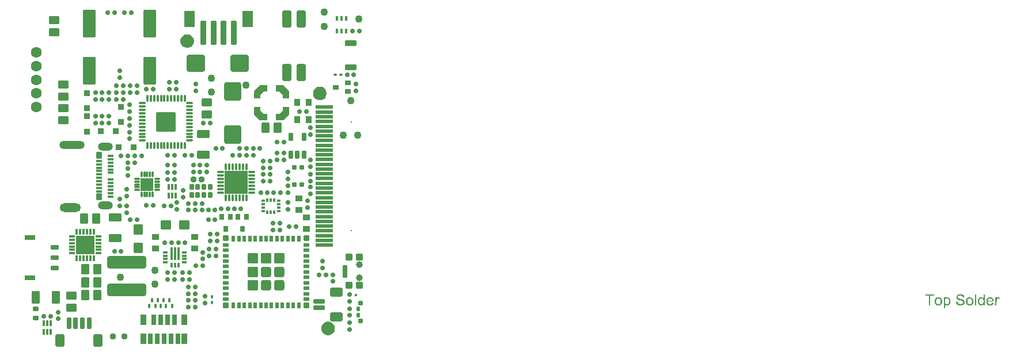
<source format=gts>
G04*
G04 #@! TF.GenerationSoftware,Altium Limited,Altium Designer,20.0.13 (296)*
G04*
G04 Layer_Color=8388736*
%FSLAX42Y42*%
%MOMM*%
G71*
G01*
G75*
%ADD15R,3.45X3.45*%
%ADD16R,2.80X2.80*%
%ADD17R,1.90X1.90*%
G04:AMPARAMS|DCode=18|XSize=1.2mm|YSize=0.7mm|CornerRadius=0.11mm|HoleSize=0mm|Usage=FLASHONLY|Rotation=0.000|XOffset=0mm|YOffset=0mm|HoleType=Round|Shape=RoundedRectangle|*
%AMROUNDEDRECTD18*
21,1,1.20,0.48,0,0,0.0*
21,1,0.98,0.70,0,0,0.0*
1,1,0.22,0.49,-0.24*
1,1,0.22,-0.49,-0.24*
1,1,0.22,-0.49,0.24*
1,1,0.22,0.49,0.24*
%
%ADD18ROUNDEDRECTD18*%
G04:AMPARAMS|DCode=19|XSize=0.7mm|YSize=1.6mm|CornerRadius=0.11mm|HoleSize=0mm|Usage=FLASHONLY|Rotation=270.000|XOffset=0mm|YOffset=0mm|HoleType=Round|Shape=RoundedRectangle|*
%AMROUNDEDRECTD19*
21,1,0.70,1.38,0,0,270.0*
21,1,0.48,1.60,0,0,270.0*
1,1,0.22,-0.69,-0.24*
1,1,0.22,-0.69,0.24*
1,1,0.22,0.69,0.24*
1,1,0.22,0.69,-0.24*
%
%ADD19ROUNDEDRECTD19*%
%ADD20C,1.10*%
G04:AMPARAMS|DCode=21|XSize=0.77mm|YSize=0.4mm|CornerRadius=0.08mm|HoleSize=0mm|Usage=FLASHONLY|Rotation=90.000|XOffset=0mm|YOffset=0mm|HoleType=Round|Shape=RoundedRectangle|*
%AMROUNDEDRECTD21*
21,1,0.77,0.24,0,0,90.0*
21,1,0.61,0.40,0,0,90.0*
1,1,0.16,0.12,0.31*
1,1,0.16,0.12,-0.31*
1,1,0.16,-0.12,-0.31*
1,1,0.16,-0.12,0.31*
%
%ADD21ROUNDEDRECTD21*%
G04:AMPARAMS|DCode=22|XSize=0.65mm|YSize=0.5mm|CornerRadius=0.09mm|HoleSize=0mm|Usage=FLASHONLY|Rotation=270.000|XOffset=0mm|YOffset=0mm|HoleType=Round|Shape=RoundedRectangle|*
%AMROUNDEDRECTD22*
21,1,0.65,0.32,0,0,270.0*
21,1,0.47,0.50,0,0,270.0*
1,1,0.18,-0.16,-0.23*
1,1,0.18,-0.16,0.23*
1,1,0.18,0.16,0.23*
1,1,0.18,0.16,-0.23*
%
%ADD22ROUNDEDRECTD22*%
G04:AMPARAMS|DCode=23|XSize=0.75mm|YSize=0.6mm|CornerRadius=0.1mm|HoleSize=0mm|Usage=FLASHONLY|Rotation=180.000|XOffset=0mm|YOffset=0mm|HoleType=Round|Shape=RoundedRectangle|*
%AMROUNDEDRECTD23*
21,1,0.75,0.40,0,0,180.0*
21,1,0.55,0.60,0,0,180.0*
1,1,0.20,-0.28,0.20*
1,1,0.20,0.28,0.20*
1,1,0.20,0.28,-0.20*
1,1,0.20,-0.28,-0.20*
%
%ADD23ROUNDEDRECTD23*%
G04:AMPARAMS|DCode=24|XSize=0.6mm|YSize=0.65mm|CornerRadius=0.14mm|HoleSize=0mm|Usage=FLASHONLY|Rotation=270.000|XOffset=0mm|YOffset=0mm|HoleType=Round|Shape=RoundedRectangle|*
%AMROUNDEDRECTD24*
21,1,0.60,0.38,0,0,270.0*
21,1,0.33,0.65,0,0,270.0*
1,1,0.28,-0.19,-0.16*
1,1,0.28,-0.19,0.16*
1,1,0.28,0.19,0.16*
1,1,0.28,0.19,-0.16*
%
%ADD24ROUNDEDRECTD24*%
G04:AMPARAMS|DCode=25|XSize=0.6mm|YSize=0.65mm|CornerRadius=0.14mm|HoleSize=0mm|Usage=FLASHONLY|Rotation=0.000|XOffset=0mm|YOffset=0mm|HoleType=Round|Shape=RoundedRectangle|*
%AMROUNDEDRECTD25*
21,1,0.60,0.38,0,0,0.0*
21,1,0.33,0.65,0,0,0.0*
1,1,0.28,0.16,-0.19*
1,1,0.28,-0.16,-0.19*
1,1,0.28,-0.16,0.19*
1,1,0.28,0.16,0.19*
%
%ADD25ROUNDEDRECTD25*%
G04:AMPARAMS|DCode=26|XSize=1.25mm|YSize=1.55mm|CornerRadius=0.14mm|HoleSize=0mm|Usage=FLASHONLY|Rotation=270.000|XOffset=0mm|YOffset=0mm|HoleType=Round|Shape=RoundedRectangle|*
%AMROUNDEDRECTD26*
21,1,1.25,1.28,0,0,270.0*
21,1,0.98,1.55,0,0,270.0*
1,1,0.27,-0.64,-0.49*
1,1,0.27,-0.64,0.49*
1,1,0.27,0.64,0.49*
1,1,0.27,0.64,-0.49*
%
%ADD26ROUNDEDRECTD26*%
G04:AMPARAMS|DCode=27|XSize=4.1mm|YSize=1.9mm|CornerRadius=0.23mm|HoleSize=0mm|Usage=FLASHONLY|Rotation=90.000|XOffset=0mm|YOffset=0mm|HoleType=Round|Shape=RoundedRectangle|*
%AMROUNDEDRECTD27*
21,1,4.10,1.44,0,0,90.0*
21,1,3.64,1.90,0,0,90.0*
1,1,0.46,0.72,1.82*
1,1,0.46,0.72,-1.82*
1,1,0.46,-0.72,-1.82*
1,1,0.46,-0.72,1.82*
%
%ADD27ROUNDEDRECTD27*%
G04:AMPARAMS|DCode=28|XSize=3.6mm|YSize=0.8mm|CornerRadius=0.12mm|HoleSize=0mm|Usage=FLASHONLY|Rotation=270.000|XOffset=0mm|YOffset=0mm|HoleType=Round|Shape=RoundedRectangle|*
%AMROUNDEDRECTD28*
21,1,3.60,0.56,0,0,270.0*
21,1,3.36,0.80,0,0,270.0*
1,1,0.24,-0.28,-1.68*
1,1,0.24,-0.28,1.68*
1,1,0.24,0.28,1.68*
1,1,0.24,0.28,-1.68*
%
%ADD28ROUNDEDRECTD28*%
G04:AMPARAMS|DCode=29|XSize=1.6mm|YSize=2.4mm|CornerRadius=0.2mm|HoleSize=0mm|Usage=FLASHONLY|Rotation=180.000|XOffset=0mm|YOffset=0mm|HoleType=Round|Shape=RoundedRectangle|*
%AMROUNDEDRECTD29*
21,1,1.60,2.00,0,0,180.0*
21,1,1.20,2.40,0,0,180.0*
1,1,0.40,-0.60,1.00*
1,1,0.40,0.60,1.00*
1,1,0.40,0.60,-1.00*
1,1,0.40,-0.60,-1.00*
%
%ADD29ROUNDEDRECTD29*%
G04:AMPARAMS|DCode=30|XSize=2.7mm|YSize=2.5mm|CornerRadius=0.29mm|HoleSize=0mm|Usage=FLASHONLY|Rotation=180.000|XOffset=0mm|YOffset=0mm|HoleType=Round|Shape=RoundedRectangle|*
%AMROUNDEDRECTD30*
21,1,2.70,1.92,0,0,180.0*
21,1,2.12,2.50,0,0,180.0*
1,1,0.58,-1.06,0.96*
1,1,0.58,1.06,0.96*
1,1,0.58,1.06,-0.96*
1,1,0.58,-1.06,-0.96*
%
%ADD30ROUNDEDRECTD30*%
G04:AMPARAMS|DCode=31|XSize=0.9mm|YSize=0.9mm|CornerRadius=0.13mm|HoleSize=0mm|Usage=FLASHONLY|Rotation=270.000|XOffset=0mm|YOffset=0mm|HoleType=Round|Shape=RoundedRectangle|*
%AMROUNDEDRECTD31*
21,1,0.90,0.64,0,0,270.0*
21,1,0.64,0.90,0,0,270.0*
1,1,0.26,-0.32,-0.32*
1,1,0.26,-0.32,0.32*
1,1,0.26,0.32,0.32*
1,1,0.26,0.32,-0.32*
%
%ADD31ROUNDEDRECTD31*%
G04:AMPARAMS|DCode=32|XSize=0.9mm|YSize=0.9mm|CornerRadius=0.13mm|HoleSize=0mm|Usage=FLASHONLY|Rotation=0.000|XOffset=0mm|YOffset=0mm|HoleType=Round|Shape=RoundedRectangle|*
%AMROUNDEDRECTD32*
21,1,0.90,0.64,0,0,0.0*
21,1,0.64,0.90,0,0,0.0*
1,1,0.26,0.32,-0.32*
1,1,0.26,-0.32,-0.32*
1,1,0.26,-0.32,0.32*
1,1,0.26,0.32,0.32*
%
%ADD32ROUNDEDRECTD32*%
G04:AMPARAMS|DCode=33|XSize=0.4mm|YSize=0.8mm|CornerRadius=0.08mm|HoleSize=0mm|Usage=FLASHONLY|Rotation=270.000|XOffset=0mm|YOffset=0mm|HoleType=Round|Shape=RoundedRectangle|*
%AMROUNDEDRECTD33*
21,1,0.40,0.64,0,0,270.0*
21,1,0.24,0.80,0,0,270.0*
1,1,0.16,-0.32,-0.12*
1,1,0.16,-0.32,0.12*
1,1,0.16,0.32,0.12*
1,1,0.16,0.32,-0.12*
%
%ADD33ROUNDEDRECTD33*%
G04:AMPARAMS|DCode=34|XSize=1mm|YSize=0.8mm|CornerRadius=0.12mm|HoleSize=0mm|Usage=FLASHONLY|Rotation=270.000|XOffset=0mm|YOffset=0mm|HoleType=Round|Shape=RoundedRectangle|*
%AMROUNDEDRECTD34*
21,1,1.00,0.56,0,0,270.0*
21,1,0.76,0.80,0,0,270.0*
1,1,0.24,-0.28,-0.38*
1,1,0.24,-0.28,0.38*
1,1,0.24,0.28,0.38*
1,1,0.24,0.28,-0.38*
%
%ADD34ROUNDEDRECTD34*%
G04:AMPARAMS|DCode=35|XSize=0.38mm|YSize=0.95mm|CornerRadius=0.12mm|HoleSize=0mm|Usage=FLASHONLY|Rotation=0.000|XOffset=0mm|YOffset=0mm|HoleType=Round|Shape=RoundedRectangle|*
%AMROUNDEDRECTD35*
21,1,0.38,0.71,0,0,0.0*
21,1,0.14,0.95,0,0,0.0*
1,1,0.24,0.07,-0.36*
1,1,0.24,-0.07,-0.36*
1,1,0.24,-0.07,0.36*
1,1,0.24,0.07,0.36*
%
%ADD35ROUNDEDRECTD35*%
G04:AMPARAMS|DCode=36|XSize=0.38mm|YSize=1mm|CornerRadius=0.12mm|HoleSize=0mm|Usage=FLASHONLY|Rotation=0.000|XOffset=0mm|YOffset=0mm|HoleType=Round|Shape=RoundedRectangle|*
%AMROUNDEDRECTD36*
21,1,0.38,0.76,0,0,0.0*
21,1,0.14,1.00,0,0,0.0*
1,1,0.24,0.07,-0.38*
1,1,0.24,-0.07,-0.38*
1,1,0.24,-0.07,0.38*
1,1,0.24,0.07,0.38*
%
%ADD36ROUNDEDRECTD36*%
G04:AMPARAMS|DCode=37|XSize=0.38mm|YSize=0.95mm|CornerRadius=0.12mm|HoleSize=0mm|Usage=FLASHONLY|Rotation=270.000|XOffset=0mm|YOffset=0mm|HoleType=Round|Shape=RoundedRectangle|*
%AMROUNDEDRECTD37*
21,1,0.38,0.71,0,0,270.0*
21,1,0.14,0.95,0,0,270.0*
1,1,0.24,-0.36,-0.07*
1,1,0.24,-0.36,0.07*
1,1,0.24,0.36,0.07*
1,1,0.24,0.36,-0.07*
%
%ADD37ROUNDEDRECTD37*%
G04:AMPARAMS|DCode=38|XSize=0.38mm|YSize=1mm|CornerRadius=0.12mm|HoleSize=0mm|Usage=FLASHONLY|Rotation=270.000|XOffset=0mm|YOffset=0mm|HoleType=Round|Shape=RoundedRectangle|*
%AMROUNDEDRECTD38*
21,1,0.38,0.76,0,0,270.0*
21,1,0.14,1.00,0,0,270.0*
1,1,0.24,-0.38,-0.07*
1,1,0.24,-0.38,0.07*
1,1,0.24,0.38,0.07*
1,1,0.24,0.38,-0.07*
%
%ADD38ROUNDEDRECTD38*%
G04:AMPARAMS|DCode=39|XSize=2.9mm|YSize=2.9mm|CornerRadius=0.12mm|HoleSize=0mm|Usage=FLASHONLY|Rotation=270.000|XOffset=0mm|YOffset=0mm|HoleType=Round|Shape=RoundedRectangle|*
%AMROUNDEDRECTD39*
21,1,2.90,2.66,0,0,270.0*
21,1,2.66,2.90,0,0,270.0*
1,1,0.24,-1.33,-1.33*
1,1,0.24,-1.33,1.33*
1,1,0.24,1.33,1.33*
1,1,0.24,1.33,-1.33*
%
%ADD39ROUNDEDRECTD39*%
G04:AMPARAMS|DCode=40|XSize=1.25mm|YSize=1.9mm|CornerRadius=0.17mm|HoleSize=0mm|Usage=FLASHONLY|Rotation=90.000|XOffset=0mm|YOffset=0mm|HoleType=Round|Shape=RoundedRectangle|*
%AMROUNDEDRECTD40*
21,1,1.25,1.57,0,0,90.0*
21,1,0.92,1.90,0,0,90.0*
1,1,0.33,0.79,0.46*
1,1,0.33,0.79,-0.46*
1,1,0.33,-0.79,-0.46*
1,1,0.33,-0.79,0.46*
%
%ADD40ROUNDEDRECTD40*%
G04:AMPARAMS|DCode=41|XSize=1.2mm|YSize=1.9mm|CornerRadius=0.16mm|HoleSize=0mm|Usage=FLASHONLY|Rotation=90.000|XOffset=0mm|YOffset=0mm|HoleType=Round|Shape=RoundedRectangle|*
%AMROUNDEDRECTD41*
21,1,1.20,1.58,0,0,90.0*
21,1,0.88,1.90,0,0,90.0*
1,1,0.32,0.79,0.44*
1,1,0.32,0.79,-0.44*
1,1,0.32,-0.79,-0.44*
1,1,0.32,-0.79,0.44*
%
%ADD41ROUNDEDRECTD41*%
G04:AMPARAMS|DCode=42|XSize=2.7mm|YSize=2.5mm|CornerRadius=0.29mm|HoleSize=0mm|Usage=FLASHONLY|Rotation=270.000|XOffset=0mm|YOffset=0mm|HoleType=Round|Shape=RoundedRectangle|*
%AMROUNDEDRECTD42*
21,1,2.70,1.92,0,0,270.0*
21,1,2.12,2.50,0,0,270.0*
1,1,0.58,-0.96,-1.06*
1,1,0.58,-0.96,1.06*
1,1,0.58,0.96,1.06*
1,1,0.58,0.96,-1.06*
%
%ADD42ROUNDEDRECTD42*%
G04:AMPARAMS|DCode=43|XSize=0.85mm|YSize=0.85mm|CornerRadius=0.13mm|HoleSize=0mm|Usage=FLASHONLY|Rotation=0.000|XOffset=0mm|YOffset=0mm|HoleType=Round|Shape=RoundedRectangle|*
%AMROUNDEDRECTD43*
21,1,0.85,0.60,0,0,0.0*
21,1,0.60,0.85,0,0,0.0*
1,1,0.25,0.30,-0.30*
1,1,0.25,-0.30,-0.30*
1,1,0.25,-0.30,0.30*
1,1,0.25,0.30,0.30*
%
%ADD43ROUNDEDRECTD43*%
G04:AMPARAMS|DCode=44|XSize=1.25mm|YSize=1.55mm|CornerRadius=0.14mm|HoleSize=0mm|Usage=FLASHONLY|Rotation=180.000|XOffset=0mm|YOffset=0mm|HoleType=Round|Shape=RoundedRectangle|*
%AMROUNDEDRECTD44*
21,1,1.25,1.28,0,0,180.0*
21,1,0.98,1.55,0,0,180.0*
1,1,0.27,-0.49,0.64*
1,1,0.27,0.49,0.64*
1,1,0.27,0.49,-0.64*
1,1,0.27,-0.49,-0.64*
%
%ADD44ROUNDEDRECTD44*%
G04:AMPARAMS|DCode=45|XSize=1.35mm|YSize=2.5mm|CornerRadius=0.18mm|HoleSize=0mm|Usage=FLASHONLY|Rotation=0.000|XOffset=0mm|YOffset=0mm|HoleType=Round|Shape=RoundedRectangle|*
%AMROUNDEDRECTD45*
21,1,1.35,2.15,0,0,0.0*
21,1,1.00,2.50,0,0,0.0*
1,1,0.35,0.50,-1.08*
1,1,0.35,-0.50,-1.08*
1,1,0.35,-0.50,1.08*
1,1,0.35,0.50,1.08*
%
%ADD45ROUNDEDRECTD45*%
G04:AMPARAMS|DCode=46|XSize=0.9mm|YSize=1.09mm|CornerRadius=0.19mm|HoleSize=0mm|Usage=FLASHONLY|Rotation=180.000|XOffset=0mm|YOffset=0mm|HoleType=Round|Shape=RoundedRectangle|*
%AMROUNDEDRECTD46*
21,1,0.90,0.71,0,0,180.0*
21,1,0.52,1.09,0,0,180.0*
1,1,0.38,-0.26,0.36*
1,1,0.38,0.26,0.36*
1,1,0.38,0.26,-0.36*
1,1,0.38,-0.26,-0.36*
%
%ADD46ROUNDEDRECTD46*%
G04:AMPARAMS|DCode=47|XSize=0.55mm|YSize=2.6mm|CornerRadius=0.1mm|HoleSize=0mm|Usage=FLASHONLY|Rotation=90.000|XOffset=0mm|YOffset=0mm|HoleType=Round|Shape=RoundedRectangle|*
%AMROUNDEDRECTD47*
21,1,0.55,2.41,0,0,90.0*
21,1,0.36,2.60,0,0,90.0*
1,1,0.19,1.21,0.18*
1,1,0.19,1.21,-0.18*
1,1,0.19,-1.21,-0.18*
1,1,0.19,-1.21,0.18*
%
%ADD47ROUNDEDRECTD47*%
G04:AMPARAMS|DCode=48|XSize=0.7mm|YSize=0.9mm|CornerRadius=0.11mm|HoleSize=0mm|Usage=FLASHONLY|Rotation=90.000|XOffset=0mm|YOffset=0mm|HoleType=Round|Shape=RoundedRectangle|*
%AMROUNDEDRECTD48*
21,1,0.70,0.68,0,0,90.0*
21,1,0.48,0.90,0,0,90.0*
1,1,0.22,0.34,0.24*
1,1,0.22,0.34,-0.24*
1,1,0.22,-0.34,-0.24*
1,1,0.22,-0.34,0.24*
%
%ADD48ROUNDEDRECTD48*%
G04:AMPARAMS|DCode=49|XSize=0.35mm|YSize=0.46mm|CornerRadius=0.08mm|HoleSize=0mm|Usage=FLASHONLY|Rotation=270.000|XOffset=0mm|YOffset=0mm|HoleType=Round|Shape=RoundedRectangle|*
%AMROUNDEDRECTD49*
21,1,0.35,0.31,0,0,270.0*
21,1,0.20,0.46,0,0,270.0*
1,1,0.15,-0.16,-0.10*
1,1,0.15,-0.16,0.10*
1,1,0.15,0.16,0.10*
1,1,0.15,0.16,-0.10*
%
%ADD49ROUNDEDRECTD49*%
G04:AMPARAMS|DCode=50|XSize=0.9mm|YSize=1.7mm|CornerRadius=0.13mm|HoleSize=0mm|Usage=FLASHONLY|Rotation=90.000|XOffset=0mm|YOffset=0mm|HoleType=Round|Shape=RoundedRectangle|*
%AMROUNDEDRECTD50*
21,1,0.90,1.44,0,0,90.0*
21,1,0.64,1.70,0,0,90.0*
1,1,0.26,0.72,0.32*
1,1,0.26,0.72,-0.32*
1,1,0.26,-0.72,-0.32*
1,1,0.26,-0.72,0.32*
%
%ADD50ROUNDEDRECTD50*%
G04:AMPARAMS|DCode=51|XSize=0.4mm|YSize=0.76mm|CornerRadius=0.1mm|HoleSize=0mm|Usage=FLASHONLY|Rotation=180.000|XOffset=0mm|YOffset=0mm|HoleType=Round|Shape=RoundedRectangle|*
%AMROUNDEDRECTD51*
21,1,0.40,0.57,0,0,180.0*
21,1,0.21,0.76,0,0,180.0*
1,1,0.19,-0.11,0.28*
1,1,0.19,0.11,0.28*
1,1,0.19,0.11,-0.28*
1,1,0.19,-0.11,-0.28*
%
%ADD51ROUNDEDRECTD51*%
G04:AMPARAMS|DCode=52|XSize=1.2mm|YSize=0.7mm|CornerRadius=0.11mm|HoleSize=0mm|Usage=FLASHONLY|Rotation=90.000|XOffset=0mm|YOffset=0mm|HoleType=Round|Shape=RoundedRectangle|*
%AMROUNDEDRECTD52*
21,1,1.20,0.48,0,0,90.0*
21,1,0.98,0.70,0,0,90.0*
1,1,0.22,0.24,0.49*
1,1,0.22,0.24,-0.49*
1,1,0.22,-0.24,-0.49*
1,1,0.22,-0.24,0.49*
%
%ADD52ROUNDEDRECTD52*%
G04:AMPARAMS|DCode=53|XSize=1.65mm|YSize=0.7mm|CornerRadius=0.11mm|HoleSize=0mm|Usage=FLASHONLY|Rotation=180.000|XOffset=0mm|YOffset=0mm|HoleType=Round|Shape=RoundedRectangle|*
%AMROUNDEDRECTD53*
21,1,1.65,0.48,0,0,180.0*
21,1,1.43,0.70,0,0,180.0*
1,1,0.22,-0.72,0.24*
1,1,0.22,0.72,0.24*
1,1,0.22,0.72,-0.24*
1,1,0.22,-0.72,-0.24*
%
%ADD53ROUNDEDRECTD53*%
G04:AMPARAMS|DCode=54|XSize=1.9mm|YSize=1.3mm|CornerRadius=0.17mm|HoleSize=0mm|Usage=FLASHONLY|Rotation=180.000|XOffset=0mm|YOffset=0mm|HoleType=Round|Shape=RoundedRectangle|*
%AMROUNDEDRECTD54*
21,1,1.90,0.96,0,0,180.0*
21,1,1.56,1.30,0,0,180.0*
1,1,0.34,-0.78,0.48*
1,1,0.34,0.78,0.48*
1,1,0.34,0.78,-0.48*
1,1,0.34,-0.78,-0.48*
%
%ADD54ROUNDEDRECTD54*%
G04:AMPARAMS|DCode=55|XSize=1.1mm|YSize=1mm|CornerRadius=0.14mm|HoleSize=0mm|Usage=FLASHONLY|Rotation=180.000|XOffset=0mm|YOffset=0mm|HoleType=Round|Shape=RoundedRectangle|*
%AMROUNDEDRECTD55*
21,1,1.10,0.72,0,0,180.0*
21,1,0.82,1.00,0,0,180.0*
1,1,0.28,-0.41,0.36*
1,1,0.28,0.41,0.36*
1,1,0.28,0.41,-0.36*
1,1,0.28,-0.41,-0.36*
%
%ADD55ROUNDEDRECTD55*%
G04:AMPARAMS|DCode=56|XSize=1.8mm|YSize=0.65mm|CornerRadius=0.11mm|HoleSize=0mm|Usage=FLASHONLY|Rotation=90.000|XOffset=0mm|YOffset=0mm|HoleType=Round|Shape=RoundedRectangle|*
%AMROUNDEDRECTD56*
21,1,1.80,0.44,0,0,90.0*
21,1,1.59,0.65,0,0,90.0*
1,1,0.21,0.22,0.80*
1,1,0.21,0.22,-0.80*
1,1,0.21,-0.22,-0.80*
1,1,0.21,-0.22,0.80*
%
%ADD56ROUNDEDRECTD56*%
G04:AMPARAMS|DCode=57|XSize=0.9mm|YSize=1.09mm|CornerRadius=0.19mm|HoleSize=0mm|Usage=FLASHONLY|Rotation=90.000|XOffset=0mm|YOffset=0mm|HoleType=Round|Shape=RoundedRectangle|*
%AMROUNDEDRECTD57*
21,1,0.90,0.71,0,0,90.0*
21,1,0.52,1.09,0,0,90.0*
1,1,0.38,0.36,0.26*
1,1,0.38,0.36,-0.26*
1,1,0.38,-0.36,-0.26*
1,1,0.38,-0.36,0.26*
%
%ADD57ROUNDEDRECTD57*%
G04:AMPARAMS|DCode=58|XSize=0.58mm|YSize=0.35mm|CornerRadius=0.08mm|HoleSize=0mm|Usage=FLASHONLY|Rotation=180.000|XOffset=0mm|YOffset=0mm|HoleType=Round|Shape=RoundedRectangle|*
%AMROUNDEDRECTD58*
21,1,0.58,0.20,0,0,180.0*
21,1,0.43,0.35,0,0,180.0*
1,1,0.15,-0.21,0.10*
1,1,0.15,0.21,0.10*
1,1,0.15,0.21,-0.10*
1,1,0.15,-0.21,-0.10*
%
%ADD58ROUNDEDRECTD58*%
G04:AMPARAMS|DCode=59|XSize=0.58mm|YSize=0.35mm|CornerRadius=0.08mm|HoleSize=0mm|Usage=FLASHONLY|Rotation=270.000|XOffset=0mm|YOffset=0mm|HoleType=Round|Shape=RoundedRectangle|*
%AMROUNDEDRECTD59*
21,1,0.58,0.20,0,0,270.0*
21,1,0.43,0.35,0,0,270.0*
1,1,0.15,-0.10,-0.21*
1,1,0.15,-0.10,0.21*
1,1,0.15,0.10,0.21*
1,1,0.15,0.10,-0.21*
%
%ADD59ROUNDEDRECTD59*%
G04:AMPARAMS|DCode=60|XSize=0.65mm|YSize=0.67mm|CornerRadius=0.11mm|HoleSize=0mm|Usage=FLASHONLY|Rotation=270.000|XOffset=0mm|YOffset=0mm|HoleType=Round|Shape=RoundedRectangle|*
%AMROUNDEDRECTD60*
21,1,0.65,0.46,0,0,270.0*
21,1,0.44,0.67,0,0,270.0*
1,1,0.21,-0.23,-0.22*
1,1,0.21,-0.23,0.22*
1,1,0.21,0.23,0.22*
1,1,0.21,0.23,-0.22*
%
%ADD60ROUNDEDRECTD60*%
G04:AMPARAMS|DCode=61|XSize=0.4mm|YSize=1mm|CornerRadius=0.2mm|HoleSize=0mm|Usage=FLASHONLY|Rotation=90.000|XOffset=0mm|YOffset=0mm|HoleType=Round|Shape=RoundedRectangle|*
%AMROUNDEDRECTD61*
21,1,0.40,0.60,0,0,90.0*
21,1,0.00,1.00,0,0,90.0*
1,1,0.40,0.30,0.00*
1,1,0.40,0.30,0.00*
1,1,0.40,-0.30,0.00*
1,1,0.40,-0.30,0.00*
%
%ADD61ROUNDEDRECTD61*%
G04:AMPARAMS|DCode=62|XSize=0.4mm|YSize=1mm|CornerRadius=0.2mm|HoleSize=0mm|Usage=FLASHONLY|Rotation=0.000|XOffset=0mm|YOffset=0mm|HoleType=Round|Shape=RoundedRectangle|*
%AMROUNDEDRECTD62*
21,1,0.40,0.60,0,0,0.0*
21,1,0.00,1.00,0,0,0.0*
1,1,0.40,0.00,-0.30*
1,1,0.40,0.00,-0.30*
1,1,0.40,0.00,0.30*
1,1,0.40,0.00,0.30*
%
%ADD62ROUNDEDRECTD62*%
G04:AMPARAMS|DCode=63|XSize=2.1mm|YSize=2.1mm|CornerRadius=0.25mm|HoleSize=0mm|Usage=FLASHONLY|Rotation=180.000|XOffset=0mm|YOffset=0mm|HoleType=Round|Shape=RoundedRectangle|*
%AMROUNDEDRECTD63*
21,1,2.10,1.60,0,0,180.0*
21,1,1.60,2.10,0,0,180.0*
1,1,0.50,-0.80,0.80*
1,1,0.50,0.80,0.80*
1,1,0.50,0.80,-0.80*
1,1,0.50,-0.80,-0.80*
%
%ADD63ROUNDEDRECTD63*%
%ADD64C,0.95*%
G04:AMPARAMS|DCode=65|XSize=0.6mm|YSize=0.9mm|CornerRadius=0.1mm|HoleSize=0mm|Usage=FLASHONLY|Rotation=0.000|XOffset=0mm|YOffset=0mm|HoleType=Round|Shape=RoundedRectangle|*
%AMROUNDEDRECTD65*
21,1,0.60,0.70,0,0,0.0*
21,1,0.40,0.90,0,0,0.0*
1,1,0.20,0.20,-0.35*
1,1,0.20,-0.20,-0.35*
1,1,0.20,-0.20,0.35*
1,1,0.20,0.20,0.35*
%
%ADD65ROUNDEDRECTD65*%
G04:AMPARAMS|DCode=66|XSize=1.6mm|YSize=1.3mm|CornerRadius=0.17mm|HoleSize=0mm|Usage=FLASHONLY|Rotation=90.000|XOffset=0mm|YOffset=0mm|HoleType=Round|Shape=RoundedRectangle|*
%AMROUNDEDRECTD66*
21,1,1.60,0.96,0,0,90.0*
21,1,1.26,1.30,0,0,90.0*
1,1,0.34,0.48,0.63*
1,1,0.34,0.48,-0.63*
1,1,0.34,-0.48,-0.63*
1,1,0.34,-0.48,0.63*
%
%ADD66ROUNDEDRECTD66*%
G04:AMPARAMS|DCode=67|XSize=1.8mm|YSize=5.7mm|CornerRadius=0.22mm|HoleSize=0mm|Usage=FLASHONLY|Rotation=270.000|XOffset=0mm|YOffset=0mm|HoleType=Round|Shape=RoundedRectangle|*
%AMROUNDEDRECTD67*
21,1,1.80,5.26,0,0,270.0*
21,1,1.36,5.70,0,0,270.0*
1,1,0.44,-2.63,-0.68*
1,1,0.44,-2.63,0.68*
1,1,0.44,2.63,0.68*
1,1,0.44,2.63,-0.68*
%
%ADD67ROUNDEDRECTD67*%
G04:AMPARAMS|DCode=68|XSize=0.4mm|YSize=0.6mm|CornerRadius=0.08mm|HoleSize=0mm|Usage=FLASHONLY|Rotation=180.000|XOffset=0mm|YOffset=0mm|HoleType=Round|Shape=RoundedRectangle|*
%AMROUNDEDRECTD68*
21,1,0.40,0.44,0,0,180.0*
21,1,0.24,0.60,0,0,180.0*
1,1,0.16,-0.12,0.22*
1,1,0.16,0.12,0.22*
1,1,0.16,0.12,-0.22*
1,1,0.16,-0.12,-0.22*
%
%ADD68ROUNDEDRECTD68*%
G04:AMPARAMS|DCode=69|XSize=0.92mm|YSize=0.38mm|CornerRadius=0.19mm|HoleSize=0mm|Usage=FLASHONLY|Rotation=0.000|XOffset=0mm|YOffset=0mm|HoleType=Round|Shape=RoundedRectangle|*
%AMROUNDEDRECTD69*
21,1,0.92,0.00,0,0,0.0*
21,1,0.54,0.38,0,0,0.0*
1,1,0.38,0.27,0.00*
1,1,0.38,-0.27,0.00*
1,1,0.38,-0.27,0.00*
1,1,0.38,0.27,0.00*
%
%ADD69ROUNDEDRECTD69*%
G04:AMPARAMS|DCode=70|XSize=0.92mm|YSize=0.38mm|CornerRadius=0.19mm|HoleSize=0mm|Usage=FLASHONLY|Rotation=270.000|XOffset=0mm|YOffset=0mm|HoleType=Round|Shape=RoundedRectangle|*
%AMROUNDEDRECTD70*
21,1,0.92,0.00,0,0,270.0*
21,1,0.54,0.38,0,0,270.0*
1,1,0.38,0.00,-0.27*
1,1,0.38,0.00,0.27*
1,1,0.38,0.00,0.27*
1,1,0.38,0.00,-0.27*
%
%ADD70ROUNDEDRECTD70*%
G04:AMPARAMS|DCode=71|XSize=0.6mm|YSize=0.6mm|CornerRadius=0.1mm|HoleSize=0mm|Usage=FLASHONLY|Rotation=270.000|XOffset=0mm|YOffset=0mm|HoleType=Round|Shape=RoundedRectangle|*
%AMROUNDEDRECTD71*
21,1,0.60,0.40,0,0,270.0*
21,1,0.40,0.60,0,0,270.0*
1,1,0.20,-0.20,-0.20*
1,1,0.20,-0.20,0.20*
1,1,0.20,0.20,0.20*
1,1,0.20,0.20,-0.20*
%
%ADD71ROUNDEDRECTD71*%
G04:AMPARAMS|DCode=72|XSize=1.25mm|YSize=1.9mm|CornerRadius=0.17mm|HoleSize=0mm|Usage=FLASHONLY|Rotation=180.000|XOffset=0mm|YOffset=0mm|HoleType=Round|Shape=RoundedRectangle|*
%AMROUNDEDRECTD72*
21,1,1.25,1.57,0,0,180.0*
21,1,0.92,1.90,0,0,180.0*
1,1,0.33,-0.46,0.79*
1,1,0.33,0.46,0.79*
1,1,0.33,0.46,-0.79*
1,1,0.33,-0.46,-0.79*
%
%ADD72ROUNDEDRECTD72*%
G04:AMPARAMS|DCode=73|XSize=0.65mm|YSize=0.9mm|CornerRadius=0.11mm|HoleSize=0mm|Usage=FLASHONLY|Rotation=270.000|XOffset=0mm|YOffset=0mm|HoleType=Round|Shape=RoundedRectangle|*
%AMROUNDEDRECTD73*
21,1,0.65,0.69,0,0,270.0*
21,1,0.44,0.90,0,0,270.0*
1,1,0.21,-0.35,-0.22*
1,1,0.21,-0.35,0.22*
1,1,0.21,0.35,0.22*
1,1,0.21,0.35,-0.22*
%
%ADD73ROUNDEDRECTD73*%
G04:AMPARAMS|DCode=74|XSize=1.65mm|YSize=0.7mm|CornerRadius=0.11mm|HoleSize=0mm|Usage=FLASHONLY|Rotation=90.000|XOffset=0mm|YOffset=0mm|HoleType=Round|Shape=RoundedRectangle|*
%AMROUNDEDRECTD74*
21,1,1.65,0.48,0,0,90.0*
21,1,1.43,0.70,0,0,90.0*
1,1,0.22,0.24,0.72*
1,1,0.22,0.24,-0.72*
1,1,0.22,-0.24,-0.72*
1,1,0.22,-0.24,0.72*
%
%ADD74ROUNDEDRECTD74*%
G04:AMPARAMS|DCode=75|XSize=1.3mm|YSize=1.9mm|CornerRadius=0.17mm|HoleSize=0mm|Usage=FLASHONLY|Rotation=0.000|XOffset=0mm|YOffset=0mm|HoleType=Round|Shape=RoundedRectangle|*
%AMROUNDEDRECTD75*
21,1,1.30,1.56,0,0,0.0*
21,1,0.96,1.90,0,0,0.0*
1,1,0.34,0.48,-0.78*
1,1,0.34,-0.48,-0.78*
1,1,0.34,-0.48,0.78*
1,1,0.34,0.48,0.78*
%
%ADD75ROUNDEDRECTD75*%
G04:AMPARAMS|DCode=76|XSize=0.7mm|YSize=0.34mm|CornerRadius=0.09mm|HoleSize=0mm|Usage=FLASHONLY|Rotation=0.000|XOffset=0mm|YOffset=0mm|HoleType=Round|Shape=RoundedRectangle|*
%AMROUNDEDRECTD76*
21,1,0.70,0.17,0,0,0.0*
21,1,0.53,0.34,0,0,0.0*
1,1,0.17,0.26,-0.08*
1,1,0.17,-0.26,-0.08*
1,1,0.17,-0.26,0.08*
1,1,0.17,0.26,0.08*
%
%ADD76ROUNDEDRECTD76*%
G04:AMPARAMS|DCode=77|XSize=0.7mm|YSize=0.34mm|CornerRadius=0.09mm|HoleSize=0mm|Usage=FLASHONLY|Rotation=90.000|XOffset=0mm|YOffset=0mm|HoleType=Round|Shape=RoundedRectangle|*
%AMROUNDEDRECTD77*
21,1,0.70,0.17,0,0,90.0*
21,1,0.53,0.34,0,0,90.0*
1,1,0.17,0.08,0.26*
1,1,0.17,0.08,-0.26*
1,1,0.17,-0.08,-0.26*
1,1,0.17,-0.08,0.26*
%
%ADD77ROUNDEDRECTD77*%
G04:AMPARAMS|DCode=78|XSize=1.89mm|YSize=0.32mm|CornerRadius=0.08mm|HoleSize=0mm|Usage=FLASHONLY|Rotation=270.000|XOffset=0mm|YOffset=0mm|HoleType=Round|Shape=RoundedRectangle|*
%AMROUNDEDRECTD78*
21,1,1.89,0.15,0,0,270.0*
21,1,1.72,0.32,0,0,270.0*
1,1,0.17,-0.08,-0.86*
1,1,0.17,-0.08,0.86*
1,1,0.17,0.08,0.86*
1,1,0.17,0.08,-0.86*
%
%ADD78ROUNDEDRECTD78*%
G04:AMPARAMS|DCode=79|XSize=1.89mm|YSize=0.34mm|CornerRadius=0.09mm|HoleSize=0mm|Usage=FLASHONLY|Rotation=270.000|XOffset=0mm|YOffset=0mm|HoleType=Round|Shape=RoundedRectangle|*
%AMROUNDEDRECTD79*
21,1,1.89,0.17,0,0,270.0*
21,1,1.72,0.34,0,0,270.0*
1,1,0.17,-0.08,-0.86*
1,1,0.17,-0.08,0.86*
1,1,0.17,0.08,0.86*
1,1,0.17,0.08,-0.86*
%
%ADD79ROUNDEDRECTD79*%
G04:AMPARAMS|DCode=80|XSize=0.8mm|YSize=0.8mm|CornerRadius=0.12mm|HoleSize=0mm|Usage=FLASHONLY|Rotation=270.000|XOffset=0mm|YOffset=0mm|HoleType=Round|Shape=RoundedRectangle|*
%AMROUNDEDRECTD80*
21,1,0.80,0.56,0,0,270.0*
21,1,0.56,0.80,0,0,270.0*
1,1,0.24,-0.28,-0.28*
1,1,0.24,-0.28,0.28*
1,1,0.24,0.28,0.28*
1,1,0.24,0.28,-0.28*
%
%ADD80ROUNDEDRECTD80*%
G04:AMPARAMS|DCode=81|XSize=1.55mm|YSize=1.55mm|CornerRadius=0.2mm|HoleSize=0mm|Usage=FLASHONLY|Rotation=270.000|XOffset=0mm|YOffset=0mm|HoleType=Round|Shape=RoundedRectangle|*
%AMROUNDEDRECTD81*
21,1,1.55,1.16,0,0,270.0*
21,1,1.16,1.55,0,0,270.0*
1,1,0.39,-0.58,-0.58*
1,1,0.39,-0.58,0.58*
1,1,0.39,0.58,0.58*
1,1,0.39,0.58,-0.58*
%
%ADD81ROUNDEDRECTD81*%
G04:AMPARAMS|DCode=82|XSize=1.55mm|YSize=1.55mm|CornerRadius=0.34mm|HoleSize=0mm|Usage=FLASHONLY|Rotation=270.000|XOffset=0mm|YOffset=0mm|HoleType=Round|Shape=RoundedRectangle|*
%AMROUNDEDRECTD82*
21,1,1.55,0.87,0,0,270.0*
21,1,0.87,1.55,0,0,270.0*
1,1,0.68,-0.43,-0.43*
1,1,0.68,-0.43,0.43*
1,1,0.68,0.43,0.43*
1,1,0.68,0.43,-0.43*
%
%ADD82ROUNDEDRECTD82*%
G04:AMPARAMS|DCode=83|XSize=0.9mm|YSize=0.5mm|CornerRadius=0.09mm|HoleSize=0mm|Usage=FLASHONLY|Rotation=270.000|XOffset=0mm|YOffset=0mm|HoleType=Round|Shape=RoundedRectangle|*
%AMROUNDEDRECTD83*
21,1,0.90,0.32,0,0,270.0*
21,1,0.72,0.50,0,0,270.0*
1,1,0.18,-0.16,-0.36*
1,1,0.18,-0.16,0.36*
1,1,0.18,0.16,0.36*
1,1,0.18,0.16,-0.36*
%
%ADD83ROUNDEDRECTD83*%
G04:AMPARAMS|DCode=84|XSize=0.9mm|YSize=0.5mm|CornerRadius=0.09mm|HoleSize=0mm|Usage=FLASHONLY|Rotation=180.000|XOffset=0mm|YOffset=0mm|HoleType=Round|Shape=RoundedRectangle|*
%AMROUNDEDRECTD84*
21,1,0.90,0.32,0,0,180.0*
21,1,0.72,0.50,0,0,180.0*
1,1,0.18,-0.36,0.16*
1,1,0.18,0.36,0.16*
1,1,0.18,0.36,-0.16*
1,1,0.18,-0.36,-0.16*
%
%ADD84ROUNDEDRECTD84*%
G04:AMPARAMS|DCode=85|XSize=0.7mm|YSize=0.9mm|CornerRadius=0.11mm|HoleSize=0mm|Usage=FLASHONLY|Rotation=180.000|XOffset=0mm|YOffset=0mm|HoleType=Round|Shape=RoundedRectangle|*
%AMROUNDEDRECTD85*
21,1,0.70,0.68,0,0,180.0*
21,1,0.48,0.90,0,0,180.0*
1,1,0.22,-0.24,0.34*
1,1,0.22,0.24,0.34*
1,1,0.22,0.24,-0.34*
1,1,0.22,-0.24,-0.34*
%
%ADD85ROUNDEDRECTD85*%
G04:AMPARAMS|DCode=86|XSize=0.7mm|YSize=0.9mm|CornerRadius=0.2mm|HoleSize=0mm|Usage=FLASHONLY|Rotation=180.000|XOffset=0mm|YOffset=0mm|HoleType=Round|Shape=RoundedRectangle|*
%AMROUNDEDRECTD86*
21,1,0.70,0.50,0,0,180.0*
21,1,0.30,0.90,0,0,180.0*
1,1,0.40,-0.15,0.25*
1,1,0.40,0.15,0.25*
1,1,0.40,0.15,-0.25*
1,1,0.40,-0.15,-0.25*
%
%ADD86ROUNDEDRECTD86*%
G04:AMPARAMS|DCode=87|XSize=1.6mm|YSize=1.3mm|CornerRadius=0.17mm|HoleSize=0mm|Usage=FLASHONLY|Rotation=0.000|XOffset=0mm|YOffset=0mm|HoleType=Round|Shape=RoundedRectangle|*
%AMROUNDEDRECTD87*
21,1,1.60,0.96,0,0,0.0*
21,1,1.26,1.30,0,0,0.0*
1,1,0.34,0.63,-0.48*
1,1,0.34,-0.63,-0.48*
1,1,0.34,-0.63,0.48*
1,1,0.34,0.63,0.48*
%
%ADD87ROUNDEDRECTD87*%
G04:AMPARAMS|DCode=88|XSize=0.9mm|YSize=0.3mm|CornerRadius=0.15mm|HoleSize=0mm|Usage=FLASHONLY|Rotation=0.000|XOffset=0mm|YOffset=0mm|HoleType=Round|Shape=RoundedRectangle|*
%AMROUNDEDRECTD88*
21,1,0.90,0.00,0,0,0.0*
21,1,0.60,0.30,0,0,0.0*
1,1,0.30,0.30,0.00*
1,1,0.30,-0.30,0.00*
1,1,0.30,-0.30,0.00*
1,1,0.30,0.30,0.00*
%
%ADD88ROUNDEDRECTD88*%
G04:AMPARAMS|DCode=89|XSize=0.3mm|YSize=0.9mm|CornerRadius=0.15mm|HoleSize=0mm|Usage=FLASHONLY|Rotation=0.000|XOffset=0mm|YOffset=0mm|HoleType=Round|Shape=RoundedRectangle|*
%AMROUNDEDRECTD89*
21,1,0.30,0.60,0,0,0.0*
21,1,0.00,0.90,0,0,0.0*
1,1,0.30,0.00,-0.30*
1,1,0.30,0.00,-0.30*
1,1,0.30,0.00,0.30*
1,1,0.30,0.00,0.30*
%
%ADD89ROUNDEDRECTD89*%
G04:AMPARAMS|DCode=90|XSize=0.6mm|YSize=0.6mm|CornerRadius=0.1mm|HoleSize=0mm|Usage=FLASHONLY|Rotation=0.000|XOffset=0mm|YOffset=0mm|HoleType=Round|Shape=RoundedRectangle|*
%AMROUNDEDRECTD90*
21,1,0.60,0.40,0,0,0.0*
21,1,0.40,0.60,0,0,0.0*
1,1,0.20,0.20,-0.20*
1,1,0.20,-0.20,-0.20*
1,1,0.20,-0.20,0.20*
1,1,0.20,0.20,0.20*
%
%ADD90ROUNDEDRECTD90*%
G04:AMPARAMS|DCode=91|XSize=0.35mm|YSize=0.46mm|CornerRadius=0.08mm|HoleSize=0mm|Usage=FLASHONLY|Rotation=180.000|XOffset=0mm|YOffset=0mm|HoleType=Round|Shape=RoundedRectangle|*
%AMROUNDEDRECTD91*
21,1,0.35,0.31,0,0,180.0*
21,1,0.20,0.46,0,0,180.0*
1,1,0.15,-0.10,0.16*
1,1,0.15,0.10,0.16*
1,1,0.15,0.10,-0.16*
1,1,0.15,-0.10,-0.16*
%
%ADD91ROUNDEDRECTD91*%
G04:AMPARAMS|DCode=92|XSize=0.9mm|YSize=1.6mm|CornerRadius=0.13mm|HoleSize=0mm|Usage=FLASHONLY|Rotation=0.000|XOffset=0mm|YOffset=0mm|HoleType=Round|Shape=RoundedRectangle|*
%AMROUNDEDRECTD92*
21,1,0.90,1.34,0,0,0.0*
21,1,0.64,1.60,0,0,0.0*
1,1,0.26,0.32,-0.67*
1,1,0.26,-0.32,-0.67*
1,1,0.26,-0.32,0.67*
1,1,0.26,0.32,0.67*
%
%ADD92ROUNDEDRECTD92*%
G04:AMPARAMS|DCode=93|XSize=0.64mm|YSize=1.6mm|CornerRadius=0.1mm|HoleSize=0mm|Usage=FLASHONLY|Rotation=0.000|XOffset=0mm|YOffset=0mm|HoleType=Round|Shape=RoundedRectangle|*
%AMROUNDEDRECTD93*
21,1,0.64,1.39,0,0,0.0*
21,1,0.43,1.60,0,0,0.0*
1,1,0.21,0.22,-0.70*
1,1,0.21,-0.22,-0.70*
1,1,0.21,-0.22,0.70*
1,1,0.21,0.22,0.70*
%
%ADD93ROUNDEDRECTD93*%
G04:AMPARAMS|DCode=94|XSize=0.7mm|YSize=1.6mm|CornerRadius=0.11mm|HoleSize=0mm|Usage=FLASHONLY|Rotation=0.000|XOffset=0mm|YOffset=0mm|HoleType=Round|Shape=RoundedRectangle|*
%AMROUNDEDRECTD94*
21,1,0.70,1.38,0,0,0.0*
21,1,0.48,1.60,0,0,0.0*
1,1,0.22,0.24,-0.69*
1,1,0.22,-0.24,-0.69*
1,1,0.22,-0.24,0.69*
1,1,0.22,0.24,0.69*
%
%ADD94ROUNDEDRECTD94*%
%ADD95C,1.60*%
%ADD96O,2.20X1.20*%
%ADD97O,3.70X1.20*%
%ADD98O,3.10X1.30*%
%ADD99C,0.30*%
%ADD100C,1.00*%
%ADD101C,0.45*%
%ADD102C,1.09*%
G36*
X4360Y259D02*
Y272D01*
X4367Y298D01*
X4380Y321D01*
X4399Y339D01*
X4421Y352D01*
X4447Y359D01*
X4473D01*
X4499Y352D01*
X4521Y339D01*
X4540Y321D01*
X4553Y298D01*
X4560Y272D01*
Y259D01*
Y246D01*
X4553Y221D01*
X4540Y198D01*
X4521Y179D01*
X4499Y166D01*
X4473Y159D01*
X4447D01*
X4421Y166D01*
X4399Y179D01*
X4380Y198D01*
X4367Y221D01*
X4360Y246D01*
Y259D01*
D01*
D02*
G37*
G36*
X3565Y3415D02*
X3565Y3320D01*
X3460Y3320D01*
X3370Y3410D01*
X3370Y3515D01*
X3465Y3515D01*
X3465Y3465D01*
X3515Y3415D01*
X3565Y3415D01*
D02*
G37*
G36*
X3795Y3515D02*
X3890Y3515D01*
X3890Y3410D01*
X3800Y3320D01*
X3695Y3320D01*
X3695Y3415D01*
X3745Y3415D01*
X3795Y3465D01*
X3795Y3515D01*
D02*
G37*
G36*
X2290Y4489D02*
Y4502D01*
X2297Y4528D01*
X2310Y4551D01*
X2329Y4569D01*
X2351Y4582D01*
X2377Y4589D01*
X2403D01*
X2429Y4582D01*
X2451Y4569D01*
X2470Y4551D01*
X2483Y4528D01*
X2490Y4502D01*
Y4489D01*
Y4476D01*
X2483Y4451D01*
X2470Y4428D01*
X2451Y4409D01*
X2429Y4396D01*
X2403Y4389D01*
X2377D01*
X2351Y4396D01*
X2329Y4409D01*
X2310Y4428D01*
X2297Y4451D01*
X2290Y4476D01*
Y4489D01*
D01*
D02*
G37*
G36*
X3465Y3645D02*
X3370Y3645D01*
X3370Y3750D01*
X3460Y3840D01*
X3565Y3840D01*
X3565Y3745D01*
X3515Y3745D01*
X3465Y3695D01*
X3465Y3645D01*
D02*
G37*
G36*
X3695Y3745D02*
X3695Y3840D01*
X3800Y3840D01*
X3890Y3750D01*
X3890Y3645D01*
X3795Y3645D01*
X3795Y3695D01*
X3745Y3745D01*
X3695Y3745D01*
D02*
G37*
G36*
X4240Y3719D02*
Y3732D01*
X4247Y3758D01*
X4260Y3781D01*
X4279Y3799D01*
X4301Y3812D01*
X4327Y3819D01*
X4353D01*
X4379Y3812D01*
X4401Y3799D01*
X4420Y3781D01*
X4433Y3758D01*
X4440Y3732D01*
Y3719D01*
Y3706D01*
X4433Y3681D01*
X4420Y3658D01*
X4401Y3639D01*
X4379Y3626D01*
X4353Y3619D01*
X4327D01*
X4301Y3626D01*
X4279Y3639D01*
X4260Y3658D01*
X4247Y3681D01*
X4240Y3706D01*
Y3719D01*
D01*
D02*
G37*
G36*
X13760Y763D02*
X13761D01*
X13766Y762D01*
X13771Y762D01*
X13776Y760D01*
X13781Y759D01*
X13786Y757D01*
X13787D01*
X13787Y757D01*
X13788Y756D01*
X13789Y756D01*
X13791Y755D01*
X13794Y753D01*
X13797Y750D01*
X13801Y747D01*
X13804Y744D01*
X13807Y740D01*
Y740D01*
X13807Y740D01*
X13808Y739D01*
X13808Y738D01*
X13809Y736D01*
X13811Y733D01*
X13812Y729D01*
X13814Y725D01*
X13815Y720D01*
X13815Y715D01*
X13795Y713D01*
Y714D01*
Y714D01*
X13795Y715D01*
X13794Y716D01*
X13794Y718D01*
X13793Y722D01*
X13791Y726D01*
X13789Y729D01*
X13787Y733D01*
X13784Y736D01*
X13783Y736D01*
X13782Y737D01*
X13780Y739D01*
X13777Y740D01*
X13773Y741D01*
X13768Y743D01*
X13762Y744D01*
X13756Y744D01*
X13753D01*
X13751Y744D01*
X13749Y743D01*
X13745Y743D01*
X13741Y742D01*
X13736Y741D01*
X13731Y739D01*
X13730Y738D01*
X13728Y737D01*
X13727Y737D01*
X13726Y736D01*
X13725Y734D01*
X13724Y732D01*
X13722Y730D01*
X13721Y727D01*
X13720Y724D01*
X13719Y720D01*
Y719D01*
Y718D01*
X13719Y717D01*
X13720Y715D01*
X13721Y713D01*
X13722Y710D01*
X13723Y708D01*
X13725Y706D01*
X13725Y706D01*
X13727Y705D01*
X13728Y704D01*
X13728Y704D01*
X13730Y703D01*
X13731Y702D01*
X13734Y701D01*
X13736Y700D01*
X13738Y699D01*
X13741Y698D01*
X13745Y697D01*
X13748Y696D01*
X13753Y695D01*
X13757Y694D01*
X13757D01*
X13758Y694D01*
X13760Y694D01*
X13761Y693D01*
X13763Y693D01*
X13766Y692D01*
X13769Y691D01*
X13771Y691D01*
X13777Y689D01*
X13783Y687D01*
X13786Y687D01*
X13788Y686D01*
X13791Y685D01*
X13793Y684D01*
X13793D01*
X13793Y684D01*
X13794Y683D01*
X13795Y683D01*
X13797Y681D01*
X13800Y680D01*
X13804Y677D01*
X13807Y674D01*
X13811Y671D01*
X13813Y668D01*
X13814Y667D01*
X13815Y666D01*
X13815Y664D01*
X13817Y661D01*
X13818Y658D01*
X13819Y654D01*
X13820Y650D01*
X13820Y645D01*
Y645D01*
Y644D01*
Y644D01*
Y643D01*
X13820Y640D01*
X13819Y637D01*
X13818Y633D01*
X13817Y629D01*
X13815Y625D01*
X13813Y621D01*
Y621D01*
X13812Y620D01*
X13811Y619D01*
X13810Y617D01*
X13807Y615D01*
X13804Y612D01*
X13801Y609D01*
X13797Y606D01*
X13792Y603D01*
X13791D01*
X13791Y603D01*
X13790Y603D01*
X13789Y603D01*
X13788Y602D01*
X13786Y601D01*
X13783Y600D01*
X13778Y599D01*
X13773Y598D01*
X13767Y597D01*
X13761Y597D01*
X13757D01*
X13755Y597D01*
X13753D01*
X13751Y598D01*
X13748Y598D01*
X13742Y599D01*
X13736Y600D01*
X13730Y601D01*
X13725Y603D01*
X13724D01*
X13724Y604D01*
X13723Y604D01*
X13722Y605D01*
X13719Y606D01*
X13716Y608D01*
X13713Y611D01*
X13709Y614D01*
X13705Y618D01*
X13701Y622D01*
Y623D01*
X13701Y623D01*
X13701Y624D01*
X13700Y625D01*
X13700Y626D01*
X13699Y627D01*
X13697Y631D01*
X13696Y635D01*
X13694Y640D01*
X13693Y646D01*
X13693Y651D01*
X13713Y653D01*
Y653D01*
Y653D01*
X13713Y652D01*
Y651D01*
X13713Y649D01*
X13714Y646D01*
X13715Y643D01*
X13716Y640D01*
X13718Y636D01*
X13719Y633D01*
X13719Y633D01*
X13720Y632D01*
X13721Y631D01*
X13723Y629D01*
X13725Y627D01*
X13728Y625D01*
X13731Y623D01*
X13735Y621D01*
X13735D01*
X13736Y621D01*
X13736Y620D01*
X13737Y620D01*
X13739Y619D01*
X13742Y619D01*
X13746Y618D01*
X13750Y617D01*
X13755Y616D01*
X13760Y616D01*
X13762D01*
X13764Y616D01*
X13767Y617D01*
X13770Y617D01*
X13774Y618D01*
X13778Y619D01*
X13781Y620D01*
X13782Y620D01*
X13783Y620D01*
X13784Y621D01*
X13787Y622D01*
X13789Y624D01*
X13791Y625D01*
X13793Y627D01*
X13795Y630D01*
X13795Y630D01*
X13796Y631D01*
X13797Y632D01*
X13797Y634D01*
X13798Y636D01*
X13799Y638D01*
X13800Y640D01*
X13800Y643D01*
Y644D01*
Y645D01*
X13800Y646D01*
X13799Y648D01*
X13799Y650D01*
X13798Y652D01*
X13797Y654D01*
X13795Y656D01*
X13795Y657D01*
X13794Y657D01*
X13793Y658D01*
X13792Y660D01*
X13790Y661D01*
X13787Y663D01*
X13784Y664D01*
X13781Y666D01*
X13781Y666D01*
X13779Y666D01*
X13778Y667D01*
X13776Y667D01*
X13775Y668D01*
X13773Y668D01*
X13771Y669D01*
X13769Y669D01*
X13766Y670D01*
X13763Y671D01*
X13760Y672D01*
X13756Y673D01*
X13752Y674D01*
X13752D01*
X13751Y674D01*
X13750Y674D01*
X13749Y675D01*
X13747Y675D01*
X13745Y675D01*
X13740Y677D01*
X13735Y678D01*
X13730Y680D01*
X13725Y682D01*
X13723Y683D01*
X13721Y684D01*
X13721D01*
X13721Y684D01*
X13719Y685D01*
X13717Y686D01*
X13715Y688D01*
X13712Y690D01*
X13709Y692D01*
X13707Y695D01*
X13704Y699D01*
X13704Y699D01*
X13703Y700D01*
X13703Y702D01*
X13702Y704D01*
X13701Y707D01*
X13700Y711D01*
X13699Y715D01*
X13699Y718D01*
Y719D01*
Y719D01*
Y720D01*
Y721D01*
X13699Y723D01*
X13700Y726D01*
X13700Y729D01*
X13702Y733D01*
X13703Y737D01*
X13706Y741D01*
Y741D01*
X13706Y742D01*
X13707Y743D01*
X13709Y745D01*
X13711Y747D01*
X13713Y750D01*
X13717Y752D01*
X13721Y755D01*
X13726Y757D01*
X13726D01*
X13726Y758D01*
X13727Y758D01*
X13728Y758D01*
X13729Y759D01*
X13731Y759D01*
X13734Y760D01*
X13739Y761D01*
X13744Y762D01*
X13749Y763D01*
X13755Y763D01*
X13758D01*
X13760Y763D01*
D02*
G37*
G36*
X14114Y600D02*
X14096D01*
Y615D01*
X14096Y614D01*
X14095Y614D01*
X14095Y613D01*
X14094Y612D01*
X14093Y611D01*
X14091Y609D01*
X14090Y608D01*
X14088Y606D01*
X14086Y604D01*
X14083Y603D01*
X14080Y601D01*
X14077Y600D01*
X14074Y599D01*
X14071Y598D01*
X14067Y598D01*
X14063Y597D01*
X14062D01*
X14061Y598D01*
X14058Y598D01*
X14055Y598D01*
X14051Y599D01*
X14047Y601D01*
X14042Y603D01*
X14038Y605D01*
X14038D01*
X14037Y606D01*
X14036Y606D01*
X14034Y608D01*
X14031Y611D01*
X14028Y614D01*
X14025Y617D01*
X14022Y622D01*
X14020Y626D01*
Y627D01*
X14020Y627D01*
X14019Y628D01*
X14019Y629D01*
X14018Y630D01*
X14018Y632D01*
X14017Y633D01*
X14017Y635D01*
X14016Y640D01*
X14014Y645D01*
X14014Y651D01*
X14014Y658D01*
Y658D01*
Y659D01*
Y659D01*
Y661D01*
X14014Y662D01*
Y664D01*
X14014Y668D01*
X14015Y673D01*
X14016Y678D01*
X14017Y684D01*
X14019Y689D01*
Y690D01*
X14020Y690D01*
X14020Y691D01*
X14020Y692D01*
X14022Y694D01*
X14024Y697D01*
X14026Y701D01*
X14029Y704D01*
X14033Y708D01*
X14037Y711D01*
X14037D01*
X14037Y711D01*
X14038Y712D01*
X14039Y712D01*
X14041Y713D01*
X14044Y715D01*
X14048Y716D01*
X14052Y718D01*
X14057Y718D01*
X14062Y719D01*
X14064D01*
X14066Y718D01*
X14069Y718D01*
X14072Y718D01*
X14075Y717D01*
X14078Y716D01*
X14081Y714D01*
X14082Y714D01*
X14083Y713D01*
X14084Y712D01*
X14086Y711D01*
X14088Y709D01*
X14090Y707D01*
X14092Y705D01*
X14095Y703D01*
Y760D01*
X14114D01*
Y600D01*
D02*
G37*
G36*
X13566Y718D02*
X13567Y718D01*
X13571Y718D01*
X13575Y717D01*
X13579Y715D01*
X13584Y713D01*
X13588Y711D01*
X13588D01*
X13589Y710D01*
X13590Y709D01*
X13592Y708D01*
X13595Y705D01*
X13598Y702D01*
X13600Y699D01*
X13603Y694D01*
X13605Y689D01*
Y689D01*
X13606Y689D01*
X13606Y688D01*
X13606Y687D01*
X13607Y686D01*
X13607Y684D01*
X13608Y680D01*
X13610Y676D01*
X13610Y671D01*
X13611Y665D01*
X13611Y659D01*
Y659D01*
Y658D01*
Y657D01*
Y656D01*
X13611Y654D01*
Y652D01*
X13611Y648D01*
X13610Y643D01*
X13609Y638D01*
X13607Y632D01*
X13605Y627D01*
Y626D01*
X13605Y626D01*
X13604Y625D01*
X13604Y624D01*
X13602Y622D01*
X13600Y619D01*
X13598Y615D01*
X13594Y612D01*
X13591Y608D01*
X13586Y605D01*
X13586D01*
X13586Y605D01*
X13585Y604D01*
X13584Y604D01*
X13582Y603D01*
X13579Y601D01*
X13575Y600D01*
X13570Y599D01*
X13566Y598D01*
X13561Y597D01*
X13559D01*
X13557Y598D01*
X13555Y598D01*
X13552Y598D01*
X13549Y599D01*
X13546Y600D01*
X13543Y601D01*
X13543Y602D01*
X13542Y602D01*
X13540Y603D01*
X13538Y604D01*
X13537Y606D01*
X13534Y608D01*
X13532Y610D01*
X13530Y612D01*
Y556D01*
X13511D01*
Y716D01*
X13529D01*
Y701D01*
X13529Y701D01*
X13530Y702D01*
X13531Y704D01*
X13533Y706D01*
X13535Y708D01*
X13537Y710D01*
X13540Y712D01*
X13543Y714D01*
X13543Y714D01*
X13544Y715D01*
X13546Y715D01*
X13548Y716D01*
X13551Y717D01*
X13554Y718D01*
X13558Y718D01*
X13562Y719D01*
X13565D01*
X13566Y718D01*
D02*
G37*
G36*
X14316D02*
X14319Y718D01*
X14322Y717D01*
X14325Y716D01*
X14329Y714D01*
X14333Y712D01*
X14325Y694D01*
X14325Y694D01*
X14324Y695D01*
X14323Y696D01*
X14321Y696D01*
X14319Y697D01*
X14316Y698D01*
X14314Y698D01*
X14311Y698D01*
X14310D01*
X14309Y698D01*
X14307Y698D01*
X14306Y697D01*
X14304Y697D01*
X14302Y696D01*
X14300Y694D01*
X14300Y694D01*
X14299Y694D01*
X14298Y693D01*
X14297Y692D01*
X14296Y690D01*
X14295Y688D01*
X14294Y686D01*
X14293Y684D01*
X14292Y683D01*
X14292Y682D01*
X14292Y680D01*
X14291Y677D01*
X14290Y673D01*
X14290Y669D01*
X14290Y665D01*
X14289Y661D01*
Y600D01*
X14270D01*
Y716D01*
X14288D01*
Y699D01*
X14288Y699D01*
X14289Y700D01*
X14290Y703D01*
X14292Y705D01*
X14294Y708D01*
X14296Y710D01*
X14298Y713D01*
X14300Y715D01*
X14300Y715D01*
X14301Y715D01*
X14302Y716D01*
X14303Y717D01*
X14305Y717D01*
X14308Y718D01*
X14310Y718D01*
X14313Y719D01*
X14314D01*
X14316Y718D01*
D02*
G37*
G36*
X13990Y600D02*
X13971D01*
Y760D01*
X13990D01*
Y600D01*
D02*
G37*
G36*
X13367Y741D02*
X13314D01*
Y600D01*
X13293D01*
Y741D01*
X13240D01*
Y760D01*
X13367D01*
Y741D01*
D02*
G37*
G36*
X14197Y718D02*
X14199Y718D01*
X14201Y718D01*
X14204Y717D01*
X14207Y717D01*
X14209Y716D01*
X14213Y715D01*
X14216Y714D01*
X14219Y712D01*
X14222Y710D01*
X14225Y708D01*
X14228Y706D01*
X14231Y703D01*
X14231Y703D01*
X14232Y702D01*
X14232Y701D01*
X14233Y700D01*
X14235Y698D01*
X14236Y696D01*
X14237Y694D01*
X14238Y691D01*
X14240Y688D01*
X14241Y685D01*
X14242Y681D01*
X14244Y677D01*
X14244Y673D01*
X14245Y668D01*
X14246Y663D01*
X14246Y658D01*
Y658D01*
Y657D01*
Y655D01*
X14246Y653D01*
X14159D01*
Y653D01*
Y652D01*
X14159Y651D01*
Y650D01*
X14159Y648D01*
X14160Y646D01*
X14160Y642D01*
X14162Y637D01*
X14164Y632D01*
X14166Y628D01*
X14170Y624D01*
X14170D01*
X14170Y623D01*
X14171Y622D01*
X14173Y620D01*
X14176Y619D01*
X14180Y617D01*
X14184Y615D01*
X14189Y614D01*
X14191Y614D01*
X14194Y614D01*
X14196D01*
X14198Y614D01*
X14201Y614D01*
X14203Y615D01*
X14207Y616D01*
X14210Y617D01*
X14213Y619D01*
X14213Y619D01*
X14214Y620D01*
X14215Y622D01*
X14217Y624D01*
X14219Y626D01*
X14221Y629D01*
X14223Y633D01*
X14225Y637D01*
X14245Y635D01*
Y635D01*
X14245Y634D01*
X14245Y633D01*
X14244Y632D01*
X14244Y631D01*
X14243Y629D01*
X14241Y625D01*
X14239Y620D01*
X14235Y616D01*
X14232Y611D01*
X14227Y607D01*
X14227D01*
X14226Y607D01*
X14226Y606D01*
X14225Y606D01*
X14223Y605D01*
X14222Y604D01*
X14220Y603D01*
X14218Y602D01*
X14216Y601D01*
X14213Y600D01*
X14208Y599D01*
X14201Y598D01*
X14194Y597D01*
X14191D01*
X14190Y598D01*
X14188Y598D01*
X14185Y598D01*
X14182Y599D01*
X14179Y599D01*
X14173Y601D01*
X14170Y603D01*
X14166Y604D01*
X14163Y606D01*
X14160Y608D01*
X14157Y610D01*
X14154Y613D01*
X14153Y613D01*
X14153Y614D01*
X14152Y615D01*
X14151Y616D01*
X14150Y618D01*
X14149Y619D01*
X14148Y622D01*
X14146Y624D01*
X14145Y627D01*
X14143Y631D01*
X14142Y634D01*
X14141Y638D01*
X14140Y642D01*
X14139Y647D01*
X14139Y652D01*
X14139Y657D01*
Y657D01*
Y658D01*
Y660D01*
X14139Y662D01*
X14139Y664D01*
X14139Y667D01*
X14140Y670D01*
X14141Y674D01*
X14142Y681D01*
X14144Y685D01*
X14145Y689D01*
X14147Y692D01*
X14149Y696D01*
X14151Y699D01*
X14154Y703D01*
X14154Y703D01*
X14154Y703D01*
X14155Y704D01*
X14157Y705D01*
X14158Y706D01*
X14160Y708D01*
X14162Y709D01*
X14164Y711D01*
X14167Y712D01*
X14170Y714D01*
X14173Y715D01*
X14177Y716D01*
X14180Y717D01*
X14184Y718D01*
X14188Y718D01*
X14193Y719D01*
X14195D01*
X14197Y718D01*
D02*
G37*
G36*
X13898D02*
X13900Y718D01*
X13902Y718D01*
X13905Y717D01*
X13908Y717D01*
X13914Y715D01*
X13917Y714D01*
X13920Y712D01*
X13924Y710D01*
X13927Y708D01*
X13930Y706D01*
X13933Y703D01*
X13933Y703D01*
X13933Y702D01*
X13934Y701D01*
X13935Y700D01*
X13936Y699D01*
X13938Y696D01*
X13939Y694D01*
X13940Y692D01*
X13942Y689D01*
X13943Y685D01*
X13945Y682D01*
X13946Y678D01*
X13947Y674D01*
X13947Y669D01*
X13948Y665D01*
X13948Y660D01*
Y659D01*
Y659D01*
Y658D01*
Y656D01*
X13948Y654D01*
X13948Y652D01*
Y650D01*
X13947Y647D01*
X13946Y641D01*
X13945Y635D01*
X13943Y630D01*
X13941Y624D01*
Y624D01*
X13941Y624D01*
X13940Y623D01*
X13940Y622D01*
X13938Y620D01*
X13936Y617D01*
X13933Y614D01*
X13930Y611D01*
X13926Y607D01*
X13921Y604D01*
X13921D01*
X13921Y604D01*
X13920Y604D01*
X13919Y603D01*
X13918Y603D01*
X13917Y602D01*
X13913Y601D01*
X13909Y600D01*
X13904Y599D01*
X13899Y598D01*
X13894Y597D01*
X13891D01*
X13890Y598D01*
X13887Y598D01*
X13885Y598D01*
X13882Y599D01*
X13880Y599D01*
X13873Y601D01*
X13870Y603D01*
X13867Y604D01*
X13863Y606D01*
X13860Y608D01*
X13857Y610D01*
X13854Y613D01*
X13854Y613D01*
X13853Y614D01*
X13853Y615D01*
X13852Y616D01*
X13851Y618D01*
X13849Y619D01*
X13848Y622D01*
X13847Y625D01*
X13845Y628D01*
X13844Y631D01*
X13843Y635D01*
X13842Y639D01*
X13841Y643D01*
X13840Y648D01*
X13840Y653D01*
X13839Y658D01*
Y659D01*
Y659D01*
X13840Y661D01*
Y663D01*
X13840Y666D01*
X13840Y669D01*
X13841Y672D01*
X13842Y676D01*
X13843Y680D01*
X13844Y684D01*
X13845Y688D01*
X13847Y692D01*
X13849Y696D01*
X13851Y699D01*
X13854Y703D01*
X13857Y706D01*
X13857Y706D01*
X13858Y706D01*
X13859Y707D01*
X13860Y708D01*
X13861Y709D01*
X13863Y710D01*
X13865Y711D01*
X13867Y712D01*
X13870Y713D01*
X13873Y715D01*
X13879Y717D01*
X13886Y718D01*
X13890Y718D01*
X13894Y719D01*
X13896D01*
X13898Y718D01*
D02*
G37*
G36*
X13437D02*
X13439Y718D01*
X13442Y718D01*
X13444Y717D01*
X13447Y717D01*
X13453Y715D01*
X13457Y714D01*
X13460Y712D01*
X13463Y710D01*
X13466Y708D01*
X13469Y706D01*
X13472Y703D01*
X13473Y703D01*
X13473Y702D01*
X13474Y701D01*
X13475Y700D01*
X13476Y699D01*
X13477Y696D01*
X13479Y694D01*
X13480Y692D01*
X13481Y689D01*
X13483Y685D01*
X13484Y682D01*
X13485Y678D01*
X13486Y674D01*
X13487Y669D01*
X13487Y665D01*
X13488Y660D01*
Y659D01*
Y659D01*
Y658D01*
Y656D01*
X13487Y654D01*
X13487Y652D01*
Y650D01*
X13487Y647D01*
X13486Y641D01*
X13485Y635D01*
X13483Y630D01*
X13481Y624D01*
Y624D01*
X13480Y624D01*
X13480Y623D01*
X13479Y622D01*
X13478Y620D01*
X13476Y617D01*
X13473Y614D01*
X13470Y611D01*
X13466Y607D01*
X13461Y604D01*
X13461D01*
X13461Y604D01*
X13460Y604D01*
X13459Y603D01*
X13458Y603D01*
X13456Y602D01*
X13453Y601D01*
X13449Y600D01*
X13444Y599D01*
X13439Y598D01*
X13433Y597D01*
X13431D01*
X13429Y598D01*
X13427Y598D01*
X13425Y598D01*
X13422Y599D01*
X13419Y599D01*
X13413Y601D01*
X13409Y603D01*
X13406Y604D01*
X13403Y606D01*
X13400Y608D01*
X13397Y610D01*
X13394Y613D01*
X13393Y613D01*
X13393Y614D01*
X13392Y615D01*
X13391Y616D01*
X13390Y618D01*
X13389Y619D01*
X13388Y622D01*
X13386Y625D01*
X13385Y628D01*
X13383Y631D01*
X13382Y635D01*
X13381Y639D01*
X13380Y643D01*
X13380Y648D01*
X13379Y653D01*
X13379Y658D01*
Y659D01*
Y659D01*
X13379Y661D01*
Y663D01*
X13379Y666D01*
X13380Y669D01*
X13380Y672D01*
X13381Y676D01*
X13382Y680D01*
X13383Y684D01*
X13385Y688D01*
X13386Y692D01*
X13388Y696D01*
X13391Y699D01*
X13393Y703D01*
X13397Y706D01*
X13397Y706D01*
X13397Y706D01*
X13398Y707D01*
X13399Y708D01*
X13401Y709D01*
X13403Y710D01*
X13405Y711D01*
X13407Y712D01*
X13409Y713D01*
X13412Y715D01*
X13418Y717D01*
X13426Y718D01*
X13429Y718D01*
X13433Y719D01*
X13436D01*
X13437Y718D01*
D02*
G37*
%LPC*%
G36*
X14064Y703D02*
X14063D01*
X14062Y702D01*
X14060Y702D01*
X14057Y701D01*
X14053Y700D01*
X14050Y698D01*
X14046Y695D01*
X14044Y693D01*
X14042Y692D01*
Y691D01*
X14042Y691D01*
X14042Y690D01*
X14041Y690D01*
X14040Y688D01*
X14040Y687D01*
X14039Y685D01*
X14038Y684D01*
X14037Y681D01*
X14036Y679D01*
X14036Y676D01*
X14035Y673D01*
X14035Y670D01*
X14034Y666D01*
X14034Y662D01*
Y658D01*
Y658D01*
Y657D01*
Y656D01*
X14034Y654D01*
Y652D01*
X14034Y650D01*
X14035Y645D01*
X14036Y640D01*
X14038Y634D01*
X14040Y629D01*
X14041Y627D01*
X14043Y625D01*
X14043D01*
X14043Y624D01*
X14045Y623D01*
X14047Y621D01*
X14049Y619D01*
X14052Y617D01*
X14056Y615D01*
X14061Y614D01*
X14063Y614D01*
X14065Y614D01*
X14066D01*
X14067Y614D01*
X14070Y614D01*
X14073Y615D01*
X14076Y616D01*
X14080Y618D01*
X14084Y621D01*
X14086Y622D01*
X14087Y624D01*
Y624D01*
X14088Y625D01*
X14088Y625D01*
X14089Y626D01*
X14089Y627D01*
X14090Y628D01*
X14091Y630D01*
X14092Y632D01*
X14093Y634D01*
X14093Y637D01*
X14094Y639D01*
X14095Y642D01*
X14095Y645D01*
X14096Y649D01*
X14096Y652D01*
Y656D01*
Y656D01*
Y657D01*
Y659D01*
X14096Y660D01*
Y662D01*
X14096Y664D01*
X14096Y667D01*
X14095Y670D01*
X14094Y675D01*
X14092Y681D01*
X14090Y687D01*
X14089Y689D01*
X14087Y691D01*
Y691D01*
X14087Y692D01*
X14086Y693D01*
X14083Y695D01*
X14081Y697D01*
X14078Y699D01*
X14074Y701D01*
X14069Y702D01*
X14067Y702D01*
X14064Y703D01*
D02*
G37*
G36*
X13560Y703D02*
X13559D01*
X13558Y703D01*
X13556Y703D01*
X13553Y702D01*
X13549Y700D01*
X13546Y698D01*
X13544Y697D01*
X13542Y695D01*
X13540Y693D01*
X13538Y691D01*
Y691D01*
X13538Y691D01*
X13537Y690D01*
X13537Y689D01*
X13536Y688D01*
X13535Y687D01*
X13534Y685D01*
X13533Y683D01*
X13532Y681D01*
X13532Y678D01*
X13531Y675D01*
X13530Y672D01*
X13529Y669D01*
X13529Y665D01*
X13529Y662D01*
Y657D01*
Y657D01*
Y656D01*
Y655D01*
X13529Y654D01*
Y652D01*
X13529Y650D01*
X13530Y645D01*
X13531Y639D01*
X13532Y634D01*
X13535Y629D01*
X13536Y626D01*
X13538Y624D01*
X13538Y624D01*
X13539Y623D01*
X13541Y621D01*
X13544Y619D01*
X13547Y617D01*
X13551Y615D01*
X13555Y614D01*
X13557Y614D01*
X13559Y614D01*
X13561D01*
X13562Y614D01*
X13564Y614D01*
X13567Y615D01*
X13571Y616D01*
X13574Y618D01*
X13578Y621D01*
X13580Y623D01*
X13582Y625D01*
Y625D01*
X13582Y625D01*
X13583Y626D01*
X13583Y627D01*
X13584Y628D01*
X13585Y629D01*
X13586Y631D01*
X13587Y633D01*
X13587Y635D01*
X13588Y638D01*
X13589Y641D01*
X13590Y644D01*
X13590Y647D01*
X13591Y651D01*
X13591Y655D01*
Y659D01*
Y659D01*
Y660D01*
Y661D01*
X13591Y663D01*
Y665D01*
X13591Y667D01*
X13590Y672D01*
X13589Y677D01*
X13587Y682D01*
X13585Y687D01*
X13584Y690D01*
X13582Y692D01*
Y692D01*
X13582Y693D01*
X13580Y694D01*
X13579Y696D01*
X13576Y698D01*
X13573Y700D01*
X13569Y702D01*
X13565Y703D01*
X13563Y703D01*
X13560Y703D01*
D02*
G37*
G36*
X14193Y703D02*
X14192D01*
X14191Y702D01*
X14188Y702D01*
X14185Y701D01*
X14182Y700D01*
X14178Y699D01*
X14174Y696D01*
X14170Y693D01*
X14170Y693D01*
X14169Y692D01*
X14167Y690D01*
X14166Y687D01*
X14164Y684D01*
X14162Y679D01*
X14161Y675D01*
X14160Y669D01*
X14225D01*
Y669D01*
Y670D01*
X14225Y671D01*
Y672D01*
X14224Y674D01*
X14224Y677D01*
X14222Y681D01*
X14221Y684D01*
X14219Y688D01*
X14217Y691D01*
Y691D01*
X14217Y691D01*
X14216Y693D01*
X14214Y695D01*
X14211Y697D01*
X14207Y699D01*
X14203Y701D01*
X14198Y702D01*
X14196Y702D01*
X14193Y703D01*
D02*
G37*
G36*
X13894D02*
X13892D01*
X13891Y702D01*
X13889Y702D01*
X13885Y701D01*
X13881Y700D01*
X13877Y698D01*
X13873Y695D01*
X13871Y693D01*
X13869Y691D01*
Y691D01*
X13869Y691D01*
X13868Y690D01*
X13868Y689D01*
X13867Y688D01*
X13866Y687D01*
X13865Y685D01*
X13864Y683D01*
X13863Y681D01*
X13862Y678D01*
X13862Y676D01*
X13861Y673D01*
X13860Y669D01*
X13860Y666D01*
X13860Y662D01*
X13859Y658D01*
Y658D01*
Y657D01*
Y656D01*
X13860Y654D01*
Y653D01*
X13860Y650D01*
X13861Y646D01*
X13862Y640D01*
X13864Y634D01*
X13866Y629D01*
X13868Y627D01*
X13869Y625D01*
X13869D01*
X13870Y624D01*
X13871Y623D01*
X13873Y621D01*
X13876Y619D01*
X13879Y617D01*
X13884Y615D01*
X13888Y614D01*
X13891Y614D01*
X13894Y614D01*
X13895D01*
X13896Y614D01*
X13899Y614D01*
X13902Y615D01*
X13906Y616D01*
X13910Y618D01*
X13914Y621D01*
X13916Y623D01*
X13918Y625D01*
X13918Y625D01*
X13918Y625D01*
X13919Y626D01*
X13920Y627D01*
X13920Y628D01*
X13921Y629D01*
X13922Y631D01*
X13923Y633D01*
X13924Y635D01*
X13925Y638D01*
X13926Y641D01*
X13926Y644D01*
X13927Y647D01*
X13927Y651D01*
X13928Y655D01*
Y659D01*
Y659D01*
Y660D01*
Y661D01*
X13928Y662D01*
Y664D01*
X13927Y666D01*
X13927Y671D01*
X13926Y676D01*
X13924Y682D01*
X13921Y687D01*
X13920Y689D01*
X13918Y691D01*
Y692D01*
X13918Y692D01*
X13916Y693D01*
X13914Y695D01*
X13911Y697D01*
X13908Y699D01*
X13904Y701D01*
X13899Y702D01*
X13896Y702D01*
X13894Y703D01*
D02*
G37*
G36*
X13433D02*
X13432D01*
X13431Y702D01*
X13428Y702D01*
X13425Y701D01*
X13421Y700D01*
X13417Y698D01*
X13413Y695D01*
X13411Y693D01*
X13409Y691D01*
Y691D01*
X13408Y691D01*
X13408Y690D01*
X13407Y689D01*
X13406Y688D01*
X13406Y687D01*
X13405Y685D01*
X13404Y683D01*
X13403Y681D01*
X13402Y678D01*
X13401Y676D01*
X13401Y673D01*
X13400Y669D01*
X13399Y666D01*
X13399Y662D01*
X13399Y658D01*
Y658D01*
Y657D01*
Y656D01*
X13399Y654D01*
Y653D01*
X13399Y650D01*
X13400Y646D01*
X13401Y640D01*
X13403Y634D01*
X13405Y629D01*
X13407Y627D01*
X13409Y625D01*
X13409D01*
X13409Y624D01*
X13411Y623D01*
X13413Y621D01*
X13415Y619D01*
X13419Y617D01*
X13423Y615D01*
X13428Y614D01*
X13430Y614D01*
X13433Y614D01*
X13435D01*
X13436Y614D01*
X13438Y614D01*
X13442Y615D01*
X13445Y616D01*
X13450Y618D01*
X13454Y621D01*
X13456Y623D01*
X13458Y625D01*
X13458Y625D01*
X13458Y625D01*
X13458Y626D01*
X13459Y627D01*
X13460Y628D01*
X13461Y629D01*
X13462Y631D01*
X13463Y633D01*
X13464Y635D01*
X13464Y638D01*
X13465Y641D01*
X13466Y644D01*
X13467Y647D01*
X13467Y651D01*
X13467Y655D01*
Y659D01*
Y659D01*
Y660D01*
Y661D01*
X13467Y662D01*
Y664D01*
X13467Y666D01*
X13466Y671D01*
X13465Y676D01*
X13463Y682D01*
X13461Y687D01*
X13459Y689D01*
X13458Y691D01*
Y692D01*
X13457Y692D01*
X13456Y693D01*
X13454Y695D01*
X13451Y697D01*
X13447Y699D01*
X13443Y701D01*
X13439Y702D01*
X13436Y702D01*
X13433Y703D01*
D02*
G37*
%LPD*%
D15*
X3110Y2410D02*
D03*
D16*
X890Y1490D02*
D03*
D17*
X1800Y2380D02*
D03*
D18*
X440Y1300D02*
D03*
Y1150D02*
D03*
Y1450D02*
D03*
D19*
X80Y1005D02*
D03*
Y1595D02*
D03*
D20*
X2390Y4490D02*
D03*
X4460Y260D02*
D03*
X4340Y3720D02*
D03*
D21*
X280Y206D02*
D03*
X330D02*
D03*
X380D02*
D03*
Y334D02*
D03*
X330D02*
D03*
X280D02*
D03*
X2120Y2216D02*
D03*
X2170D02*
D03*
X2220D02*
D03*
Y2344D02*
D03*
X2170D02*
D03*
X2120D02*
D03*
D22*
X4903Y457D02*
D03*
Y543D02*
D03*
D23*
X4938Y630D02*
D03*
Y370D02*
D03*
D24*
X4200Y3110D02*
D03*
Y3210D02*
D03*
X490Y400D02*
D03*
Y500D02*
D03*
X1240Y3380D02*
D03*
Y3280D02*
D03*
Y3730D02*
D03*
Y3630D02*
D03*
X1350Y3730D02*
D03*
Y3630D02*
D03*
X1450Y3730D02*
D03*
Y3630D02*
D03*
X1400Y4050D02*
D03*
Y3950D02*
D03*
X1540Y3050D02*
D03*
Y3150D02*
D03*
Y3250D02*
D03*
Y3350D02*
D03*
Y3450D02*
D03*
Y3550D02*
D03*
X1550Y3830D02*
D03*
Y3730D02*
D03*
X1650Y3830D02*
D03*
Y3730D02*
D03*
X2520Y3760D02*
D03*
Y3860D02*
D03*
X4870D02*
D03*
Y3760D02*
D03*
X4200Y2740D02*
D03*
Y2640D02*
D03*
X4780Y240D02*
D03*
Y340D02*
D03*
Y450D02*
D03*
Y550D02*
D03*
Y660D02*
D03*
Y760D02*
D03*
X4530Y1050D02*
D03*
Y950D02*
D03*
X4380Y1150D02*
D03*
Y1250D02*
D03*
X3750Y1710D02*
D03*
Y1810D02*
D03*
X3650Y1710D02*
D03*
Y1810D02*
D03*
X2650Y630D02*
D03*
Y730D02*
D03*
X4200Y2530D02*
D03*
Y2430D02*
D03*
Y2240D02*
D03*
Y2340D02*
D03*
X3870Y2010D02*
D03*
Y2110D02*
D03*
X4160Y2040D02*
D03*
Y2140D02*
D03*
X3870Y2260D02*
D03*
Y2360D02*
D03*
Y2560D02*
D03*
Y2460D02*
D03*
X3710Y2840D02*
D03*
Y2740D02*
D03*
X3810Y2840D02*
D03*
Y2740D02*
D03*
X3510Y2720D02*
D03*
Y2620D02*
D03*
X3610Y2720D02*
D03*
Y2620D02*
D03*
X3610Y2430D02*
D03*
Y2530D02*
D03*
X3510Y2430D02*
D03*
Y2530D02*
D03*
X2680Y2560D02*
D03*
Y2660D02*
D03*
X2200Y2450D02*
D03*
Y2550D02*
D03*
X2100D02*
D03*
Y2450D02*
D03*
X2330Y2190D02*
D03*
Y2290D02*
D03*
X2580Y2660D02*
D03*
Y2560D02*
D03*
X2480Y2660D02*
D03*
Y2560D02*
D03*
X1520Y2510D02*
D03*
Y2610D02*
D03*
X1500Y2210D02*
D03*
Y2310D02*
D03*
X1400Y2060D02*
D03*
Y2160D02*
D03*
X1500Y2060D02*
D03*
Y1960D02*
D03*
X2420Y1080D02*
D03*
Y980D02*
D03*
X2320Y1080D02*
D03*
Y980D02*
D03*
X2200Y1080D02*
D03*
Y980D02*
D03*
X2100Y1080D02*
D03*
Y980D02*
D03*
X2620Y1280D02*
D03*
Y1380D02*
D03*
X2240Y2010D02*
D03*
Y2110D02*
D03*
X2610Y2000D02*
D03*
Y2100D02*
D03*
X2510Y2000D02*
D03*
Y2100D02*
D03*
X2410Y2000D02*
D03*
Y2100D02*
D03*
D25*
X380Y440D02*
D03*
X280D02*
D03*
X1220Y4910D02*
D03*
X1320D02*
D03*
X1470D02*
D03*
X1570D02*
D03*
X1140Y3730D02*
D03*
X1040D02*
D03*
X1140Y3280D02*
D03*
X1040D02*
D03*
X1140Y3380D02*
D03*
X1040D02*
D03*
X1140Y3630D02*
D03*
X1040D02*
D03*
X1450Y3830D02*
D03*
X1350D02*
D03*
X1890Y3780D02*
D03*
X1790D02*
D03*
X2130D02*
D03*
X2230D02*
D03*
X2130Y3880D02*
D03*
X2230D02*
D03*
X2630Y3280D02*
D03*
X2730D02*
D03*
X4140Y3450D02*
D03*
X4040D02*
D03*
X4740Y3990D02*
D03*
X4840D02*
D03*
X4920Y4640D02*
D03*
X4820D02*
D03*
X3710Y3000D02*
D03*
X3810D02*
D03*
X3360Y2810D02*
D03*
X3260D02*
D03*
X4430Y1050D02*
D03*
X4330D02*
D03*
X3660Y2260D02*
D03*
X3760D02*
D03*
X3470D02*
D03*
X3570D02*
D03*
X2910Y2910D02*
D03*
X2810D02*
D03*
X3158Y2810D02*
D03*
X3058D02*
D03*
X3360Y2910D02*
D03*
X3460D02*
D03*
X3160D02*
D03*
X3260D02*
D03*
X2360Y2810D02*
D03*
X2460D02*
D03*
X2100D02*
D03*
X2200D02*
D03*
Y2660D02*
D03*
X2100D02*
D03*
X1620Y2800D02*
D03*
X1720D02*
D03*
X1520Y2700D02*
D03*
X1620D02*
D03*
X1520Y2800D02*
D03*
X1420D02*
D03*
X1550Y1860D02*
D03*
X1650D02*
D03*
X1420Y1390D02*
D03*
X1320D02*
D03*
X2510Y570D02*
D03*
X2410D02*
D03*
X2510Y670D02*
D03*
X2410D02*
D03*
X2510Y770D02*
D03*
X2410D02*
D03*
X2510Y870D02*
D03*
X2410D02*
D03*
X2520Y1180D02*
D03*
X2620D02*
D03*
X2810Y1330D02*
D03*
X2710D02*
D03*
Y1430D02*
D03*
X2810D02*
D03*
X2730Y1550D02*
D03*
X2830D02*
D03*
X2730Y1650D02*
D03*
X2830D02*
D03*
X2060Y1520D02*
D03*
X2160D02*
D03*
X2360D02*
D03*
X2260D02*
D03*
X2150Y2060D02*
D03*
X2050D02*
D03*
X2800Y2000D02*
D03*
X2700D02*
D03*
X2800Y1860D02*
D03*
X2700D02*
D03*
X3890Y1760D02*
D03*
X3990D02*
D03*
X3080Y2020D02*
D03*
X3180D02*
D03*
X2990D02*
D03*
X2890D02*
D03*
X1790Y2070D02*
D03*
X1890D02*
D03*
D26*
X430Y4800D02*
D03*
Y4620D02*
D03*
X570Y3670D02*
D03*
Y3850D02*
D03*
Y3500D02*
D03*
Y3320D02*
D03*
X2680Y3590D02*
D03*
Y3410D02*
D03*
X690Y740D02*
D03*
Y560D02*
D03*
D27*
X950Y4050D02*
D03*
Y4750D02*
D03*
X1840Y4050D02*
D03*
Y4750D02*
D03*
D28*
X3075Y4610D02*
D03*
X2775D02*
D03*
X2625D02*
D03*
X2925D02*
D03*
D29*
X2420Y4810D02*
D03*
X3280D02*
D03*
D30*
X2520Y4160D02*
D03*
X3160D02*
D03*
D31*
X920Y3157D02*
D03*
Y3380D02*
D03*
X1420Y3521D02*
D03*
Y3298D02*
D03*
X920Y3499D02*
D03*
Y3722D02*
D03*
D32*
X1341Y3160D02*
D03*
X1118D02*
D03*
X1601Y2930D02*
D03*
X1378D02*
D03*
D33*
X1267Y2800D02*
D03*
Y2750D02*
D03*
Y2700D02*
D03*
Y2650D02*
D03*
Y2600D02*
D03*
Y2550D02*
D03*
Y2450D02*
D03*
Y2400D02*
D03*
Y2350D02*
D03*
Y2300D02*
D03*
Y2250D02*
D03*
Y2200D02*
D03*
X1097Y2275D02*
D03*
Y2325D02*
D03*
Y2375D02*
D03*
Y2425D02*
D03*
Y2475D02*
D03*
Y2525D02*
D03*
Y2575D02*
D03*
Y2625D02*
D03*
Y2675D02*
D03*
Y2725D02*
D03*
D34*
Y2195D02*
D03*
Y2805D02*
D03*
D35*
X2355Y2952D02*
D03*
X1805D02*
D03*
Y3647D02*
D03*
X2355D02*
D03*
D36*
X2305Y2952D02*
D03*
X2255D02*
D03*
X2205D02*
D03*
X2155D02*
D03*
X2105D02*
D03*
X2055D02*
D03*
X2005D02*
D03*
X1955D02*
D03*
X1905D02*
D03*
X1855D02*
D03*
Y3647D02*
D03*
X1905D02*
D03*
X1955D02*
D03*
X2005D02*
D03*
X2055D02*
D03*
X2105D02*
D03*
X2155D02*
D03*
X2205D02*
D03*
X2255D02*
D03*
X2305D02*
D03*
D37*
X1733Y3025D02*
D03*
Y3575D02*
D03*
X2427D02*
D03*
Y3025D02*
D03*
D38*
X1733Y3075D02*
D03*
Y3125D02*
D03*
Y3175D02*
D03*
Y3225D02*
D03*
Y3275D02*
D03*
Y3325D02*
D03*
Y3375D02*
D03*
Y3425D02*
D03*
Y3475D02*
D03*
Y3525D02*
D03*
X2427D02*
D03*
Y3475D02*
D03*
Y3425D02*
D03*
Y3375D02*
D03*
Y3325D02*
D03*
Y3275D02*
D03*
Y3225D02*
D03*
Y3175D02*
D03*
Y3125D02*
D03*
Y3075D02*
D03*
D39*
X2080Y3300D02*
D03*
D40*
X2630Y3120D02*
D03*
X1330Y1890D02*
D03*
Y1590D02*
D03*
D41*
X2630Y2820D02*
D03*
D42*
X3060Y3110D02*
D03*
Y3750D02*
D03*
D43*
X3842Y3692D02*
D03*
Y3467D02*
D03*
X3417D02*
D03*
Y3692D02*
D03*
X3517Y3792D02*
D03*
Y3367D02*
D03*
X3742D02*
D03*
Y3792D02*
D03*
D44*
X3720Y3210D02*
D03*
X3540D02*
D03*
X870Y1880D02*
D03*
X1050D02*
D03*
X890Y1130D02*
D03*
X1070D02*
D03*
X890Y940D02*
D03*
X1070D02*
D03*
X890Y750D02*
D03*
X1070D02*
D03*
D45*
X4062Y4030D02*
D03*
X3858D02*
D03*
Y4810D02*
D03*
X4062D02*
D03*
D46*
X4175Y3590D02*
D03*
X4005D02*
D03*
Y3330D02*
D03*
X4175D02*
D03*
D47*
X4405Y3515D02*
D03*
Y3445D02*
D03*
Y3375D02*
D03*
Y3305D02*
D03*
Y3235D02*
D03*
Y3165D02*
D03*
Y3095D02*
D03*
Y3025D02*
D03*
Y2955D02*
D03*
Y2885D02*
D03*
Y2815D02*
D03*
Y2745D02*
D03*
Y2675D02*
D03*
Y2605D02*
D03*
Y2535D02*
D03*
Y2465D02*
D03*
Y2395D02*
D03*
Y2325D02*
D03*
Y2255D02*
D03*
Y2185D02*
D03*
Y2115D02*
D03*
Y2045D02*
D03*
Y1975D02*
D03*
Y1905D02*
D03*
Y1835D02*
D03*
Y1765D02*
D03*
Y1695D02*
D03*
Y1625D02*
D03*
Y1555D02*
D03*
Y1485D02*
D03*
D48*
X4750Y3745D02*
D03*
Y3875D02*
D03*
X4570Y3810D02*
D03*
D49*
X4568Y3990D02*
D03*
X4652D02*
D03*
D50*
X4790Y4100D02*
D03*
Y4460D02*
D03*
D51*
X4725Y4822D02*
D03*
X4660D02*
D03*
X4595D02*
D03*
X4725Y4638D02*
D03*
X4660D02*
D03*
X4595D02*
D03*
D52*
X3915Y3080D02*
D03*
Y2820D02*
D03*
X4010D02*
D03*
X4105D02*
D03*
Y3080D02*
D03*
D53*
X4330Y660D02*
D03*
X4330Y560D02*
D03*
D54*
X4583Y790D02*
D03*
Y430D02*
D03*
D55*
X4920Y895D02*
D03*
Y1305D02*
D03*
X4770Y895D02*
D03*
Y1305D02*
D03*
D56*
X4708Y1100D02*
D03*
D57*
X4140Y1725D02*
D03*
Y1895D02*
D03*
X4030Y2005D02*
D03*
Y2175D02*
D03*
X2500Y1605D02*
D03*
Y1435D02*
D03*
X1920Y1605D02*
D03*
Y1435D02*
D03*
D58*
X3736Y2035D02*
D03*
Y2085D02*
D03*
Y2135D02*
D03*
Y1985D02*
D03*
X3504Y2035D02*
D03*
Y2085D02*
D03*
Y2135D02*
D03*
Y1985D02*
D03*
D59*
X3620Y1969D02*
D03*
X3670D02*
D03*
X3570D02*
D03*
X3620Y2151D02*
D03*
X3670D02*
D03*
X3570D02*
D03*
D60*
X4078Y2627D02*
D03*
Y2373D02*
D03*
X3962Y2627D02*
D03*
Y2373D02*
D03*
D61*
X3342Y2260D02*
D03*
Y2310D02*
D03*
Y2360D02*
D03*
Y2410D02*
D03*
Y2460D02*
D03*
Y2510D02*
D03*
Y2560D02*
D03*
X2878D02*
D03*
Y2510D02*
D03*
Y2460D02*
D03*
Y2410D02*
D03*
Y2360D02*
D03*
Y2310D02*
D03*
Y2260D02*
D03*
D62*
X3260Y2642D02*
D03*
X3210D02*
D03*
X3160D02*
D03*
X3110D02*
D03*
X3060D02*
D03*
X3010D02*
D03*
X2960D02*
D03*
Y2178D02*
D03*
X3010D02*
D03*
X3060D02*
D03*
X3110D02*
D03*
X3160D02*
D03*
X3210D02*
D03*
X3260D02*
D03*
D63*
X3110Y2410D02*
D03*
D64*
X2480Y2450D02*
D03*
X2600D02*
D03*
X1470Y140D02*
D03*
X1300D02*
D03*
D65*
X2455Y2220D02*
D03*
X2545D02*
D03*
X2635D02*
D03*
X2725D02*
D03*
X2455Y2340D02*
D03*
X2545D02*
D03*
X2635D02*
D03*
X2725D02*
D03*
D66*
X1670Y1445D02*
D03*
Y1715D02*
D03*
D67*
X1500Y1230D02*
D03*
Y830D02*
D03*
D68*
X1830Y590D02*
D03*
X1920D02*
D03*
X2000D02*
D03*
X2080D02*
D03*
X1960Y670D02*
D03*
X2040D02*
D03*
X2130D02*
D03*
X2170Y590D02*
D03*
X1870Y670D02*
D03*
D69*
X695Y1615D02*
D03*
Y1565D02*
D03*
Y1515D02*
D03*
Y1465D02*
D03*
Y1415D02*
D03*
Y1365D02*
D03*
X1085D02*
D03*
Y1415D02*
D03*
Y1465D02*
D03*
Y1515D02*
D03*
Y1565D02*
D03*
Y1615D02*
D03*
D70*
X1015Y1685D02*
D03*
X965D02*
D03*
X915D02*
D03*
X865D02*
D03*
X815D02*
D03*
X765D02*
D03*
Y1295D02*
D03*
X815D02*
D03*
X865D02*
D03*
X915D02*
D03*
X965D02*
D03*
X1015D02*
D03*
D71*
X890Y1490D02*
D03*
D72*
X460Y720D02*
D03*
X160D02*
D03*
D73*
Y415D02*
D03*
Y545D02*
D03*
D74*
X950Y336D02*
D03*
X850D02*
D03*
X750D02*
D03*
X650D02*
D03*
D75*
X520Y84D02*
D03*
X1080D02*
D03*
D76*
X2070Y1230D02*
D03*
X2350D02*
D03*
Y1280D02*
D03*
X2070Y1380D02*
D03*
Y1330D02*
D03*
Y1280D02*
D03*
X2350Y1330D02*
D03*
Y1380D02*
D03*
D77*
X2160Y1190D02*
D03*
X2210D02*
D03*
X2260D02*
D03*
D78*
X2259Y1360D02*
D03*
X2161D02*
D03*
D79*
X2210D02*
D03*
D80*
X2955Y595D02*
D03*
Y1585D02*
D03*
X4145D02*
D03*
Y595D02*
D03*
D81*
X3353Y1090D02*
D03*
Y1288D02*
D03*
X3550D02*
D03*
X3747D02*
D03*
X3353Y893D02*
D03*
D82*
X3747Y1090D02*
D03*
Y893D02*
D03*
X3550D02*
D03*
Y1090D02*
D03*
D83*
X4030Y600D02*
D03*
X3950D02*
D03*
X3870D02*
D03*
X3790D02*
D03*
X3710D02*
D03*
X3630D02*
D03*
X3550D02*
D03*
X3470D02*
D03*
X3390D02*
D03*
X3310D02*
D03*
X3230D02*
D03*
X3150D02*
D03*
X3070D02*
D03*
Y1580D02*
D03*
X3150D02*
D03*
X3230D02*
D03*
X3310D02*
D03*
X3390D02*
D03*
X3470D02*
D03*
X3550D02*
D03*
X3630D02*
D03*
X3710D02*
D03*
X3790D02*
D03*
X3870D02*
D03*
X3950D02*
D03*
X4030D02*
D03*
D84*
X2960Y690D02*
D03*
Y770D02*
D03*
Y850D02*
D03*
Y930D02*
D03*
Y1010D02*
D03*
Y1090D02*
D03*
Y1170D02*
D03*
Y1250D02*
D03*
Y1330D02*
D03*
Y1410D02*
D03*
Y1490D02*
D03*
X4140D02*
D03*
Y1410D02*
D03*
Y1330D02*
D03*
Y1250D02*
D03*
Y1170D02*
D03*
Y1090D02*
D03*
Y1010D02*
D03*
Y930D02*
D03*
Y850D02*
D03*
Y770D02*
D03*
Y690D02*
D03*
D85*
X3265Y1900D02*
D03*
X3135D02*
D03*
X3025D02*
D03*
X2895D02*
D03*
X2960Y1720D02*
D03*
D86*
X3200D02*
D03*
D87*
X2075Y1780D02*
D03*
X2345D02*
D03*
D88*
X1650Y2460D02*
D03*
Y2420D02*
D03*
Y2380D02*
D03*
Y2340D02*
D03*
Y2300D02*
D03*
X1950D02*
D03*
Y2340D02*
D03*
Y2380D02*
D03*
Y2420D02*
D03*
Y2460D02*
D03*
D89*
X1720Y2230D02*
D03*
X1760D02*
D03*
X1800D02*
D03*
X1840D02*
D03*
X1880D02*
D03*
Y2530D02*
D03*
X1840D02*
D03*
X1800D02*
D03*
X1760D02*
D03*
X1720D02*
D03*
D90*
X1800Y2380D02*
D03*
D91*
X2750Y638D02*
D03*
Y722D02*
D03*
D92*
X1750Y110D02*
D03*
Y390D02*
D03*
X2350D02*
D03*
Y110D02*
D03*
D93*
X1900Y390D02*
D03*
X2000D02*
D03*
X2100D02*
D03*
X2200D02*
D03*
D94*
X1850Y110D02*
D03*
X1950D02*
D03*
X2050D02*
D03*
X2150D02*
D03*
X2250D02*
D03*
D95*
X170Y4120D02*
D03*
X170Y3920D02*
D03*
X170Y3720D02*
D03*
Y3520D02*
D03*
Y4320D02*
D03*
D96*
X1186Y2932D02*
D03*
Y2068D02*
D03*
D97*
X700Y2962D02*
D03*
D98*
X670Y2038D02*
D03*
D99*
X4805Y1700D02*
D03*
Y3300D02*
D03*
D100*
X4925Y1002D02*
D03*
Y1198D02*
D03*
D101*
X4870Y750D02*
D03*
D102*
X1406Y1010D02*
D03*
X1914Y908D02*
D03*
Y1112D02*
D03*
X4914Y4810D02*
D03*
X4406Y4912D02*
D03*
Y4708D02*
D03*
X4790Y3614D02*
D03*
X4688Y3106D02*
D03*
X4892D02*
D03*
X3254Y3840D02*
D03*
X2746Y3942D02*
D03*
Y3738D02*
D03*
M02*

</source>
